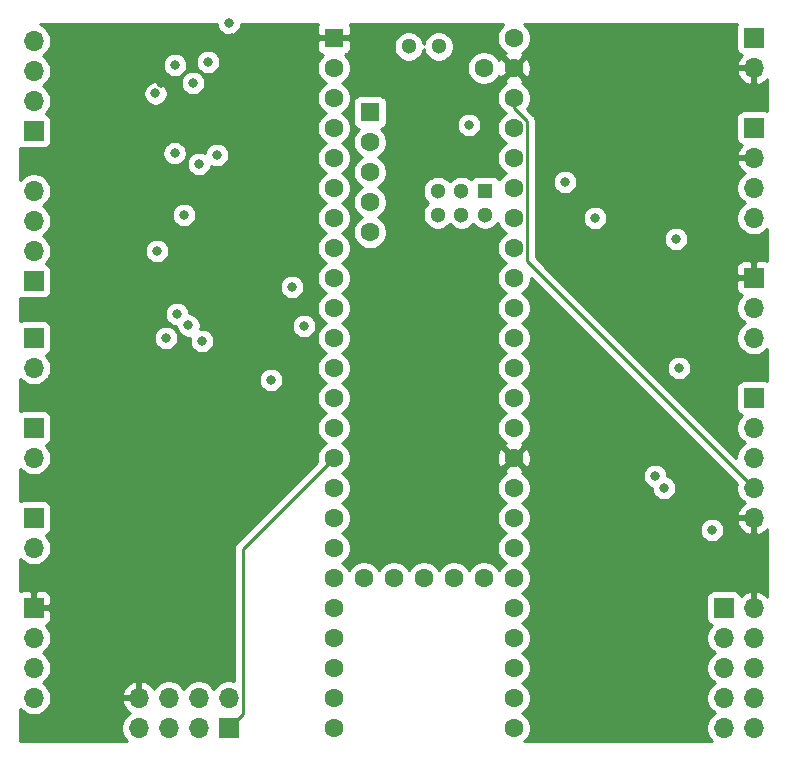
<source format=gbr>
%TF.GenerationSoftware,KiCad,Pcbnew,(5.1.9-0-10_14)*%
%TF.CreationDate,2021-04-06T21:39:04+02:00*%
%TF.ProjectId,Silviaduino,53696c76-6961-4647-9569-6e6f2e6b6963,rev?*%
%TF.SameCoordinates,Original*%
%TF.FileFunction,Copper,L2,Inr*%
%TF.FilePolarity,Positive*%
%FSLAX46Y46*%
G04 Gerber Fmt 4.6, Leading zero omitted, Abs format (unit mm)*
G04 Created by KiCad (PCBNEW (5.1.9-0-10_14)) date 2021-04-06 21:39:04*
%MOMM*%
%LPD*%
G01*
G04 APERTURE LIST*
%TA.AperFunction,ComponentPad*%
%ADD10O,1.700000X1.700000*%
%TD*%
%TA.AperFunction,ComponentPad*%
%ADD11R,1.700000X1.700000*%
%TD*%
%TA.AperFunction,ComponentPad*%
%ADD12C,1.300000*%
%TD*%
%TA.AperFunction,ComponentPad*%
%ADD13C,1.600000*%
%TD*%
%TA.AperFunction,ComponentPad*%
%ADD14R,1.300000X1.300000*%
%TD*%
%TA.AperFunction,ComponentPad*%
%ADD15R,1.600000X1.600000*%
%TD*%
%TA.AperFunction,ViaPad*%
%ADD16C,0.800000*%
%TD*%
%TA.AperFunction,Conductor*%
%ADD17C,0.250000*%
%TD*%
%TA.AperFunction,Conductor*%
%ADD18C,0.254000*%
%TD*%
%TA.AperFunction,Conductor*%
%ADD19C,0.100000*%
%TD*%
G04 APERTURE END LIST*
D10*
%TO.N,RTD1F+*%
%TO.C,J1*%
X154940000Y-53594000D03*
%TO.N,RTD1IN+*%
X154940000Y-56134000D03*
%TO.N,RTD1IN-*%
X154940000Y-58674000D03*
D11*
%TO.N,RTD1F-*%
X154940000Y-61214000D03*
%TD*%
D10*
%TO.N,GND*%
%TO.C,J12*%
X215900000Y-55880000D03*
D11*
%TO.N,+9V*%
X215900000Y-53340000D03*
%TD*%
D12*
%TO.N,Net-(U3-Pad66)*%
%TO.C,U3*%
X189230000Y-54070000D03*
%TO.N,Net-(U3-Pad67)*%
X186690000Y-54070000D03*
D13*
%TO.N,Net-(U3-Pad54)*%
X193040000Y-99060000D03*
%TO.N,Net-(U3-Pad53)*%
X190500000Y-99060000D03*
%TO.N,Net-(U3-Pad52)*%
X187960000Y-99060000D03*
%TO.N,Net-(U3-Pad51)*%
X185420000Y-99060000D03*
%TO.N,Net-(U3-Pad50)*%
X182880000Y-99060000D03*
D12*
%TO.N,Net-(U3-Pad62)*%
X189141600Y-66310000D03*
%TO.N,Net-(U3-Pad63)*%
X189141600Y-68310000D03*
%TO.N,Net-(U3-Pad64)*%
X191141600Y-68310000D03*
%TO.N,Net-(U3-Pad61)*%
X191141600Y-66310000D03*
%TO.N,Net-(U3-Pad65)*%
X193141600Y-68310000D03*
D14*
%TO.N,Net-(U3-Pad60)*%
X193141600Y-66310000D03*
D13*
%TO.N,Net-(U3-Pad17)*%
X180340000Y-93980000D03*
%TO.N,TEMP_SPI_MOSI*%
X180340000Y-96520000D03*
%TO.N,TEMP_SPI_SCK*%
X180340000Y-99060000D03*
%TO.N,TEMP_DRDY0*%
X180340000Y-101600000D03*
%TO.N,Net-(U3-Pad16)*%
X180340000Y-91440000D03*
%TO.N,TEMP_DVDD*%
X180340000Y-88900000D03*
%TO.N,UEXT_MISO*%
X180340000Y-86360000D03*
%TO.N,TEMP_DRDY1*%
X180340000Y-104140000D03*
%TO.N,BTN_BREW*%
X180340000Y-106680000D03*
%TO.N,BTN_WATER*%
X180340000Y-109220000D03*
%TO.N,BTN_STEAM*%
X180340000Y-111760000D03*
%TO.N,ESP8266_RST*%
X195580000Y-111760000D03*
%TO.N,RX_FROM_ESP8266*%
X195580000Y-109220000D03*
%TO.N,TX_TO_ESP8266*%
X195580000Y-106680000D03*
%TO.N,ESP8266_CHPD*%
X195580000Y-104140000D03*
%TO.N,ESP8266_GPIO0*%
X195580000Y-101600000D03*
%TO.N,TEMP_SPI_CS1*%
X195580000Y-99060000D03*
%TO.N,ESP8266_GPIO2*%
X195580000Y-96520000D03*
%TO.N,PROP_SSR_EN*%
X195580000Y-93980000D03*
%TO.N,Net-(U3-Pad33)*%
X195580000Y-91440000D03*
%TO.N,GND*%
X195580000Y-88900000D03*
%TO.N,UEXT_MOSI*%
X180340000Y-83820000D03*
%TO.N,UEXT_SSEL*%
X180340000Y-81280000D03*
%TO.N,Net-(U3-Pad11)*%
X180340000Y-78740000D03*
%TO.N,UEXT_TXD*%
X180340000Y-76200000D03*
%TO.N,UEXT_RXD*%
X180340000Y-73660000D03*
%TO.N,Net-(U3-Pad8)*%
X180340000Y-71120000D03*
%TO.N,Net-(U3-Pad7)*%
X180340000Y-68580000D03*
%TO.N,SSR3_GATE*%
X180340000Y-66040000D03*
%TO.N,SSR2_GATE*%
X180340000Y-63500000D03*
%TO.N,SSR1_GATE*%
X180340000Y-60960000D03*
%TO.N,TEMP_SPI_MISO*%
X180340000Y-58420000D03*
%TO.N,TEMP_SPI_CS0*%
X180340000Y-55880000D03*
D15*
%TO.N,GND*%
X180340000Y-53340000D03*
D13*
%TO.N,UEXT_SCK*%
X195580000Y-86360000D03*
%TO.N,Net-(U3-Pad36)*%
X195580000Y-83820000D03*
%TO.N,Net-(U3-Pad37)*%
X195580000Y-81280000D03*
%TO.N,I2C_SCL*%
X195580000Y-78740000D03*
%TO.N,I2C_SDA*%
X195580000Y-76200000D03*
%TO.N,UEXT_SDA*%
X195580000Y-73660000D03*
%TO.N,UEXT_SCL*%
X195580000Y-71120000D03*
%TO.N,Net-(U3-Pad42)*%
X195580000Y-68580000D03*
%TO.N,ENC_CLK*%
X195580000Y-66040000D03*
%TO.N,ENC_DT*%
X195580000Y-63500000D03*
%TO.N,ENC_SW*%
X195580000Y-60960000D03*
%TO.N,TEMP_DVDD*%
X195580000Y-58420000D03*
%TO.N,GND*%
X195580000Y-55880000D03*
%TO.N,+5V*%
X195580000Y-53340000D03*
D15*
%TO.N,Net-(U3-Pad55)*%
X183390800Y-59639200D03*
D13*
%TO.N,Net-(U3-Pad56)*%
X183390800Y-62179200D03*
%TO.N,Net-(U3-Pad57)*%
X183390800Y-64719200D03*
%TO.N,Net-(U3-Pad58)*%
X183390800Y-67259200D03*
%TO.N,Net-(U3-Pad59)*%
X183390800Y-69799200D03*
%TO.N,Net-(U3-Pad49)*%
X193040000Y-55880000D03*
%TD*%
D10*
%TO.N,GND*%
%TO.C,J11*%
X163830000Y-109220000D03*
%TO.N,RX_FROM_ESP8266*%
X163830000Y-111760000D03*
%TO.N,ESP8266_GPIO2*%
X166370000Y-109220000D03*
%TO.N,ESP8266_CHPD*%
X166370000Y-111760000D03*
%TO.N,ESP8266_GPIO0*%
X168910000Y-109220000D03*
%TO.N,ESP8266_RST*%
X168910000Y-111760000D03*
%TO.N,TX_TO_ESP8266*%
X171450000Y-109220000D03*
D11*
%TO.N,TEMP_DVDD*%
X171450000Y-111760000D03*
%TD*%
D10*
%TO.N,UEXT_SSEL*%
%TO.C,J10*%
X215900000Y-111760000D03*
%TO.N,UEXT_SCK*%
X213360000Y-111760000D03*
%TO.N,UEXT_MOSI*%
X215900000Y-109220000D03*
%TO.N,UEXT_MISO*%
X213360000Y-109220000D03*
%TO.N,UEXT_SDA*%
X215900000Y-106680000D03*
%TO.N,UEXT_SCL*%
X213360000Y-106680000D03*
%TO.N,UEXT_RXD*%
X215900000Y-104140000D03*
%TO.N,UEXT_TXD*%
X213360000Y-104140000D03*
%TO.N,GND*%
X215900000Y-101600000D03*
D11*
%TO.N,TEMP_DVDD*%
X213360000Y-101600000D03*
%TD*%
D10*
%TO.N,GND*%
%TO.C,J9*%
X215900000Y-93980000D03*
%TO.N,TEMP_DVDD*%
X215900000Y-91440000D03*
%TO.N,ENC_SW*%
X215900000Y-88900000D03*
%TO.N,ENC_DT*%
X215900000Y-86360000D03*
D11*
%TO.N,ENC_CLK*%
X215900000Y-83820000D03*
%TD*%
D10*
%TO.N,BTN_BREW*%
%TO.C,J8*%
X154940000Y-109220000D03*
%TO.N,BTN_WATER*%
X154940000Y-106680000D03*
%TO.N,BTN_STEAM*%
X154940000Y-104140000D03*
D11*
%TO.N,GND*%
X154940000Y-101600000D03*
%TD*%
D10*
%TO.N,+5V*%
%TO.C,J7*%
X215900000Y-78740000D03*
%TO.N,PRES_AIN*%
X215900000Y-76200000D03*
D11*
%TO.N,GND*%
X215900000Y-73660000D03*
%TD*%
D10*
%TO.N,PROP_SSR_CTRL*%
%TO.C,J6*%
X215900000Y-68580000D03*
%TO.N,PROP_SSR_EN*%
X215900000Y-66040000D03*
%TO.N,GND*%
X215900000Y-63500000D03*
D11*
%TO.N,+9V*%
X215900000Y-60960000D03*
%TD*%
D10*
%TO.N,+5V*%
%TO.C,J5*%
X154940000Y-96520000D03*
D11*
%TO.N,SSR3_VNEG*%
X154940000Y-93980000D03*
%TD*%
D10*
%TO.N,+5V*%
%TO.C,J4*%
X154940000Y-88900000D03*
D11*
%TO.N,SSR2_VNEG*%
X154940000Y-86360000D03*
%TD*%
D10*
%TO.N,+5V*%
%TO.C,J3*%
X154940000Y-81280000D03*
D11*
%TO.N,SSR1_VNEG*%
X154940000Y-78740000D03*
%TD*%
D10*
%TO.N,RTD2F+*%
%TO.C,J2*%
X154940000Y-66294000D03*
%TO.N,RTD2IN+*%
X154940000Y-68834000D03*
%TO.N,RTD2IN-*%
X154940000Y-71374000D03*
D11*
%TO.N,RTD2F-*%
X154940000Y-73914000D03*
%TD*%
D16*
%TO.N,GND*%
X162052000Y-82804000D03*
X170434000Y-82550000D03*
X165354000Y-69850000D03*
X171704000Y-53340000D03*
X165644990Y-82785988D03*
X165675972Y-57149736D03*
%TO.N,SSR1_GATE*%
X166116000Y-78740000D03*
%TO.N,SSR2_GATE*%
X169164000Y-78994000D03*
%TO.N,SSR3_GATE*%
X175006000Y-82296000D03*
%TO.N,I2C_SDA_5V*%
X209296000Y-70358000D03*
X208280000Y-91440000D03*
%TO.N,TEMP_DVDD*%
X168402000Y-57150000D03*
X170434000Y-63246000D03*
X171450000Y-52070000D03*
X177800000Y-77724000D03*
%TO.N,I2C_SCL_5V*%
X202438000Y-68580000D03*
X207554990Y-90424000D03*
%TO.N,+5V*%
X199898000Y-65532000D03*
%TO.N,TEMP_SPI_MISO*%
X165354000Y-71374000D03*
X165238679Y-58049068D03*
%TO.N,TEMP_SPI_SCK*%
X167056333Y-76702653D03*
X166870714Y-63098140D03*
%TO.N,TEMP_SPI_MOSI*%
X168038468Y-77684788D03*
X168910000Y-64008000D03*
%TO.N,TEMP_DRDY0*%
X169672000Y-55372000D03*
%TO.N,TEMP_DRDY1*%
X176784000Y-74422000D03*
%TO.N,PRES_AIN*%
X209550000Y-81280000D03*
%TO.N,UEXT_SDA*%
X212344000Y-94996000D03*
%TO.N,PROP_SSR_EN*%
X191770000Y-60706000D03*
%TO.N,TEMP_VDD*%
X167640000Y-68326000D03*
X166878000Y-55626000D03*
%TD*%
D17*
%TO.N,TEMP_DVDD*%
X172625001Y-96614999D02*
X180340000Y-88900000D01*
X172625001Y-110584999D02*
X172625001Y-96614999D01*
X171450000Y-111760000D02*
X172625001Y-110584999D01*
X195580000Y-59294998D02*
X196705001Y-60419999D01*
X196705001Y-60419999D02*
X196705001Y-72245001D01*
X196705001Y-72245001D02*
X215900000Y-91440000D01*
X195580000Y-58420000D02*
X195580000Y-59294998D01*
%TD*%
D18*
%TO.N,GND*%
X170454774Y-52371898D02*
X170532795Y-52560256D01*
X170646063Y-52729774D01*
X170790226Y-52873937D01*
X170959744Y-52987205D01*
X171148102Y-53065226D01*
X171348061Y-53105000D01*
X171551939Y-53105000D01*
X171751898Y-53065226D01*
X171940256Y-52987205D01*
X172109774Y-52873937D01*
X172253937Y-52729774D01*
X172367205Y-52560256D01*
X172445226Y-52371898D01*
X172480015Y-52197000D01*
X179003319Y-52197000D01*
X178950498Y-52295820D01*
X178914188Y-52415518D01*
X178901928Y-52540000D01*
X178905000Y-53054250D01*
X179063750Y-53213000D01*
X180213000Y-53213000D01*
X180213000Y-53193000D01*
X180467000Y-53193000D01*
X180467000Y-53213000D01*
X181616250Y-53213000D01*
X181775000Y-53054250D01*
X181778072Y-52540000D01*
X181765812Y-52415518D01*
X181729502Y-52295820D01*
X181676681Y-52197000D01*
X194707689Y-52197000D01*
X194665241Y-52225363D01*
X194465363Y-52425241D01*
X194308320Y-52660273D01*
X194200147Y-52921426D01*
X194145000Y-53198665D01*
X194145000Y-53481335D01*
X194200147Y-53758574D01*
X194308320Y-54019727D01*
X194465363Y-54254759D01*
X194665241Y-54454637D01*
X194899128Y-54610915D01*
X194838486Y-54643329D01*
X194766903Y-54887298D01*
X195580000Y-55700395D01*
X196393097Y-54887298D01*
X196321514Y-54643329D01*
X196257008Y-54612806D01*
X196259727Y-54611680D01*
X196494759Y-54454637D01*
X196694637Y-54254759D01*
X196851680Y-54019727D01*
X196959853Y-53758574D01*
X197015000Y-53481335D01*
X197015000Y-53198665D01*
X196959853Y-52921426D01*
X196851680Y-52660273D01*
X196694637Y-52425241D01*
X196494759Y-52225363D01*
X196452311Y-52197000D01*
X214486593Y-52197000D01*
X214460498Y-52245820D01*
X214424188Y-52365518D01*
X214411928Y-52490000D01*
X214411928Y-54190000D01*
X214424188Y-54314482D01*
X214460498Y-54434180D01*
X214519463Y-54544494D01*
X214598815Y-54641185D01*
X214695506Y-54720537D01*
X214805820Y-54779502D01*
X214886466Y-54803966D01*
X214802412Y-54879731D01*
X214628359Y-55113080D01*
X214503175Y-55375901D01*
X214458524Y-55523110D01*
X214579845Y-55753000D01*
X215773000Y-55753000D01*
X215773000Y-55733000D01*
X216027000Y-55733000D01*
X216027000Y-55753000D01*
X216047000Y-55753000D01*
X216047000Y-56007000D01*
X216027000Y-56007000D01*
X216027000Y-57200814D01*
X216256891Y-57321481D01*
X216531252Y-57224157D01*
X216781355Y-57075178D01*
X216997588Y-56880269D01*
X217043000Y-56819386D01*
X217043000Y-59546593D01*
X216994180Y-59520498D01*
X216874482Y-59484188D01*
X216750000Y-59471928D01*
X215050000Y-59471928D01*
X214925518Y-59484188D01*
X214805820Y-59520498D01*
X214695506Y-59579463D01*
X214598815Y-59658815D01*
X214519463Y-59755506D01*
X214460498Y-59865820D01*
X214424188Y-59985518D01*
X214411928Y-60110000D01*
X214411928Y-61810000D01*
X214424188Y-61934482D01*
X214460498Y-62054180D01*
X214519463Y-62164494D01*
X214598815Y-62261185D01*
X214695506Y-62340537D01*
X214805820Y-62399502D01*
X214886466Y-62423966D01*
X214802412Y-62499731D01*
X214628359Y-62733080D01*
X214503175Y-62995901D01*
X214458524Y-63143110D01*
X214579845Y-63373000D01*
X215773000Y-63373000D01*
X215773000Y-63353000D01*
X216027000Y-63353000D01*
X216027000Y-63373000D01*
X216047000Y-63373000D01*
X216047000Y-63627000D01*
X216027000Y-63627000D01*
X216027000Y-63647000D01*
X215773000Y-63647000D01*
X215773000Y-63627000D01*
X214579845Y-63627000D01*
X214458524Y-63856890D01*
X214503175Y-64004099D01*
X214628359Y-64266920D01*
X214802412Y-64500269D01*
X215018645Y-64695178D01*
X215135534Y-64764805D01*
X214953368Y-64886525D01*
X214746525Y-65093368D01*
X214584010Y-65336589D01*
X214472068Y-65606842D01*
X214415000Y-65893740D01*
X214415000Y-66186260D01*
X214472068Y-66473158D01*
X214584010Y-66743411D01*
X214746525Y-66986632D01*
X214953368Y-67193475D01*
X215127760Y-67310000D01*
X214953368Y-67426525D01*
X214746525Y-67633368D01*
X214584010Y-67876589D01*
X214472068Y-68146842D01*
X214415000Y-68433740D01*
X214415000Y-68726260D01*
X214472068Y-69013158D01*
X214584010Y-69283411D01*
X214746525Y-69526632D01*
X214953368Y-69733475D01*
X215196589Y-69895990D01*
X215466842Y-70007932D01*
X215753740Y-70065000D01*
X216046260Y-70065000D01*
X216333158Y-70007932D01*
X216603411Y-69895990D01*
X216846632Y-69733475D01*
X217043000Y-69537107D01*
X217043000Y-72246593D01*
X216994180Y-72220498D01*
X216874482Y-72184188D01*
X216750000Y-72171928D01*
X216185750Y-72175000D01*
X216027000Y-72333750D01*
X216027000Y-73533000D01*
X216047000Y-73533000D01*
X216047000Y-73787000D01*
X216027000Y-73787000D01*
X216027000Y-73807000D01*
X215773000Y-73807000D01*
X215773000Y-73787000D01*
X214573750Y-73787000D01*
X214415000Y-73945750D01*
X214411928Y-74510000D01*
X214424188Y-74634482D01*
X214460498Y-74754180D01*
X214519463Y-74864494D01*
X214598815Y-74961185D01*
X214695506Y-75040537D01*
X214805820Y-75099502D01*
X214878380Y-75121513D01*
X214746525Y-75253368D01*
X214584010Y-75496589D01*
X214472068Y-75766842D01*
X214415000Y-76053740D01*
X214415000Y-76346260D01*
X214472068Y-76633158D01*
X214584010Y-76903411D01*
X214746525Y-77146632D01*
X214953368Y-77353475D01*
X215127760Y-77470000D01*
X214953368Y-77586525D01*
X214746525Y-77793368D01*
X214584010Y-78036589D01*
X214472068Y-78306842D01*
X214415000Y-78593740D01*
X214415000Y-78886260D01*
X214472068Y-79173158D01*
X214584010Y-79443411D01*
X214746525Y-79686632D01*
X214953368Y-79893475D01*
X215196589Y-80055990D01*
X215466842Y-80167932D01*
X215753740Y-80225000D01*
X216046260Y-80225000D01*
X216333158Y-80167932D01*
X216603411Y-80055990D01*
X216846632Y-79893475D01*
X217043000Y-79697107D01*
X217043000Y-82406593D01*
X216994180Y-82380498D01*
X216874482Y-82344188D01*
X216750000Y-82331928D01*
X215050000Y-82331928D01*
X214925518Y-82344188D01*
X214805820Y-82380498D01*
X214695506Y-82439463D01*
X214598815Y-82518815D01*
X214519463Y-82615506D01*
X214460498Y-82725820D01*
X214424188Y-82845518D01*
X214411928Y-82970000D01*
X214411928Y-84670000D01*
X214424188Y-84794482D01*
X214460498Y-84914180D01*
X214519463Y-85024494D01*
X214598815Y-85121185D01*
X214695506Y-85200537D01*
X214805820Y-85259502D01*
X214878380Y-85281513D01*
X214746525Y-85413368D01*
X214584010Y-85656589D01*
X214472068Y-85926842D01*
X214415000Y-86213740D01*
X214415000Y-86506260D01*
X214472068Y-86793158D01*
X214584010Y-87063411D01*
X214746525Y-87306632D01*
X214953368Y-87513475D01*
X215127760Y-87630000D01*
X214953368Y-87746525D01*
X214746525Y-87953368D01*
X214584010Y-88196589D01*
X214472068Y-88466842D01*
X214415000Y-88753740D01*
X214415000Y-88880198D01*
X206712863Y-81178061D01*
X208515000Y-81178061D01*
X208515000Y-81381939D01*
X208554774Y-81581898D01*
X208632795Y-81770256D01*
X208746063Y-81939774D01*
X208890226Y-82083937D01*
X209059744Y-82197205D01*
X209248102Y-82275226D01*
X209448061Y-82315000D01*
X209651939Y-82315000D01*
X209851898Y-82275226D01*
X210040256Y-82197205D01*
X210209774Y-82083937D01*
X210353937Y-81939774D01*
X210467205Y-81770256D01*
X210545226Y-81581898D01*
X210585000Y-81381939D01*
X210585000Y-81178061D01*
X210545226Y-80978102D01*
X210467205Y-80789744D01*
X210353937Y-80620226D01*
X210209774Y-80476063D01*
X210040256Y-80362795D01*
X209851898Y-80284774D01*
X209651939Y-80245000D01*
X209448061Y-80245000D01*
X209248102Y-80284774D01*
X209059744Y-80362795D01*
X208890226Y-80476063D01*
X208746063Y-80620226D01*
X208632795Y-80789744D01*
X208554774Y-80978102D01*
X208515000Y-81178061D01*
X206712863Y-81178061D01*
X198344802Y-72810000D01*
X214411928Y-72810000D01*
X214415000Y-73374250D01*
X214573750Y-73533000D01*
X215773000Y-73533000D01*
X215773000Y-72333750D01*
X215614250Y-72175000D01*
X215050000Y-72171928D01*
X214925518Y-72184188D01*
X214805820Y-72220498D01*
X214695506Y-72279463D01*
X214598815Y-72358815D01*
X214519463Y-72455506D01*
X214460498Y-72565820D01*
X214424188Y-72685518D01*
X214411928Y-72810000D01*
X198344802Y-72810000D01*
X197465001Y-71930200D01*
X197465001Y-70256061D01*
X208261000Y-70256061D01*
X208261000Y-70459939D01*
X208300774Y-70659898D01*
X208378795Y-70848256D01*
X208492063Y-71017774D01*
X208636226Y-71161937D01*
X208805744Y-71275205D01*
X208994102Y-71353226D01*
X209194061Y-71393000D01*
X209397939Y-71393000D01*
X209597898Y-71353226D01*
X209786256Y-71275205D01*
X209955774Y-71161937D01*
X210099937Y-71017774D01*
X210213205Y-70848256D01*
X210291226Y-70659898D01*
X210331000Y-70459939D01*
X210331000Y-70256061D01*
X210291226Y-70056102D01*
X210213205Y-69867744D01*
X210099937Y-69698226D01*
X209955774Y-69554063D01*
X209786256Y-69440795D01*
X209597898Y-69362774D01*
X209397939Y-69323000D01*
X209194061Y-69323000D01*
X208994102Y-69362774D01*
X208805744Y-69440795D01*
X208636226Y-69554063D01*
X208492063Y-69698226D01*
X208378795Y-69867744D01*
X208300774Y-70056102D01*
X208261000Y-70256061D01*
X197465001Y-70256061D01*
X197465001Y-68478061D01*
X201403000Y-68478061D01*
X201403000Y-68681939D01*
X201442774Y-68881898D01*
X201520795Y-69070256D01*
X201634063Y-69239774D01*
X201778226Y-69383937D01*
X201947744Y-69497205D01*
X202136102Y-69575226D01*
X202336061Y-69615000D01*
X202539939Y-69615000D01*
X202739898Y-69575226D01*
X202928256Y-69497205D01*
X203097774Y-69383937D01*
X203241937Y-69239774D01*
X203355205Y-69070256D01*
X203433226Y-68881898D01*
X203473000Y-68681939D01*
X203473000Y-68478061D01*
X203433226Y-68278102D01*
X203355205Y-68089744D01*
X203241937Y-67920226D01*
X203097774Y-67776063D01*
X202928256Y-67662795D01*
X202739898Y-67584774D01*
X202539939Y-67545000D01*
X202336061Y-67545000D01*
X202136102Y-67584774D01*
X201947744Y-67662795D01*
X201778226Y-67776063D01*
X201634063Y-67920226D01*
X201520795Y-68089744D01*
X201442774Y-68278102D01*
X201403000Y-68478061D01*
X197465001Y-68478061D01*
X197465001Y-65430061D01*
X198863000Y-65430061D01*
X198863000Y-65633939D01*
X198902774Y-65833898D01*
X198980795Y-66022256D01*
X199094063Y-66191774D01*
X199238226Y-66335937D01*
X199407744Y-66449205D01*
X199596102Y-66527226D01*
X199796061Y-66567000D01*
X199999939Y-66567000D01*
X200199898Y-66527226D01*
X200388256Y-66449205D01*
X200557774Y-66335937D01*
X200701937Y-66191774D01*
X200815205Y-66022256D01*
X200893226Y-65833898D01*
X200933000Y-65633939D01*
X200933000Y-65430061D01*
X200893226Y-65230102D01*
X200815205Y-65041744D01*
X200701937Y-64872226D01*
X200557774Y-64728063D01*
X200388256Y-64614795D01*
X200199898Y-64536774D01*
X199999939Y-64497000D01*
X199796061Y-64497000D01*
X199596102Y-64536774D01*
X199407744Y-64614795D01*
X199238226Y-64728063D01*
X199094063Y-64872226D01*
X198980795Y-65041744D01*
X198902774Y-65230102D01*
X198863000Y-65430061D01*
X197465001Y-65430061D01*
X197465001Y-60457324D01*
X197468677Y-60419999D01*
X197465001Y-60382674D01*
X197465001Y-60382666D01*
X197454004Y-60271013D01*
X197410547Y-60127752D01*
X197339975Y-59995723D01*
X197245002Y-59879998D01*
X197216005Y-59856201D01*
X196694600Y-59334796D01*
X196694637Y-59334759D01*
X196851680Y-59099727D01*
X196959853Y-58838574D01*
X197015000Y-58561335D01*
X197015000Y-58278665D01*
X196959853Y-58001426D01*
X196851680Y-57740273D01*
X196694637Y-57505241D01*
X196494759Y-57305363D01*
X196260872Y-57149085D01*
X196321514Y-57116671D01*
X196393097Y-56872702D01*
X195580000Y-56059605D01*
X194766903Y-56872702D01*
X194838486Y-57116671D01*
X194902992Y-57147194D01*
X194900273Y-57148320D01*
X194665241Y-57305363D01*
X194465363Y-57505241D01*
X194308320Y-57740273D01*
X194200147Y-58001426D01*
X194145000Y-58278665D01*
X194145000Y-58561335D01*
X194200147Y-58838574D01*
X194308320Y-59099727D01*
X194465363Y-59334759D01*
X194665241Y-59534637D01*
X194897759Y-59690000D01*
X194665241Y-59845363D01*
X194465363Y-60045241D01*
X194308320Y-60280273D01*
X194200147Y-60541426D01*
X194145000Y-60818665D01*
X194145000Y-61101335D01*
X194200147Y-61378574D01*
X194308320Y-61639727D01*
X194465363Y-61874759D01*
X194665241Y-62074637D01*
X194897759Y-62230000D01*
X194665241Y-62385363D01*
X194465363Y-62585241D01*
X194308320Y-62820273D01*
X194200147Y-63081426D01*
X194145000Y-63358665D01*
X194145000Y-63641335D01*
X194200147Y-63918574D01*
X194308320Y-64179727D01*
X194465363Y-64414759D01*
X194665241Y-64614637D01*
X194897759Y-64770000D01*
X194665241Y-64925363D01*
X194465363Y-65125241D01*
X194332260Y-65324444D01*
X194322137Y-65305506D01*
X194242785Y-65208815D01*
X194146094Y-65129463D01*
X194035780Y-65070498D01*
X193916082Y-65034188D01*
X193791600Y-65021928D01*
X192491600Y-65021928D01*
X192367118Y-65034188D01*
X192247420Y-65070498D01*
X192137106Y-65129463D01*
X192040415Y-65208815D01*
X191961063Y-65305506D01*
X191958470Y-65310358D01*
X191750276Y-65171247D01*
X191516421Y-65074381D01*
X191268161Y-65025000D01*
X191015039Y-65025000D01*
X190766779Y-65074381D01*
X190532924Y-65171247D01*
X190322460Y-65311875D01*
X190143475Y-65490860D01*
X190141600Y-65493666D01*
X190139725Y-65490860D01*
X189960740Y-65311875D01*
X189750276Y-65171247D01*
X189516421Y-65074381D01*
X189268161Y-65025000D01*
X189015039Y-65025000D01*
X188766779Y-65074381D01*
X188532924Y-65171247D01*
X188322460Y-65311875D01*
X188143475Y-65490860D01*
X188002847Y-65701324D01*
X187905981Y-65935179D01*
X187856600Y-66183439D01*
X187856600Y-66436561D01*
X187905981Y-66684821D01*
X188002847Y-66918676D01*
X188143475Y-67129140D01*
X188322460Y-67308125D01*
X188325266Y-67310000D01*
X188322460Y-67311875D01*
X188143475Y-67490860D01*
X188002847Y-67701324D01*
X187905981Y-67935179D01*
X187856600Y-68183439D01*
X187856600Y-68436561D01*
X187905981Y-68684821D01*
X188002847Y-68918676D01*
X188143475Y-69129140D01*
X188322460Y-69308125D01*
X188532924Y-69448753D01*
X188766779Y-69545619D01*
X189015039Y-69595000D01*
X189268161Y-69595000D01*
X189516421Y-69545619D01*
X189750276Y-69448753D01*
X189960740Y-69308125D01*
X190139725Y-69129140D01*
X190141600Y-69126334D01*
X190143475Y-69129140D01*
X190322460Y-69308125D01*
X190532924Y-69448753D01*
X190766779Y-69545619D01*
X191015039Y-69595000D01*
X191268161Y-69595000D01*
X191516421Y-69545619D01*
X191750276Y-69448753D01*
X191960740Y-69308125D01*
X192139725Y-69129140D01*
X192141600Y-69126334D01*
X192143475Y-69129140D01*
X192322460Y-69308125D01*
X192532924Y-69448753D01*
X192766779Y-69545619D01*
X193015039Y-69595000D01*
X193268161Y-69595000D01*
X193516421Y-69545619D01*
X193750276Y-69448753D01*
X193960740Y-69308125D01*
X194139725Y-69129140D01*
X194210410Y-69023352D01*
X194308320Y-69259727D01*
X194465363Y-69494759D01*
X194665241Y-69694637D01*
X194897759Y-69850000D01*
X194665241Y-70005363D01*
X194465363Y-70205241D01*
X194308320Y-70440273D01*
X194200147Y-70701426D01*
X194145000Y-70978665D01*
X194145000Y-71261335D01*
X194200147Y-71538574D01*
X194308320Y-71799727D01*
X194465363Y-72034759D01*
X194665241Y-72234637D01*
X194897759Y-72390000D01*
X194665241Y-72545363D01*
X194465363Y-72745241D01*
X194308320Y-72980273D01*
X194200147Y-73241426D01*
X194145000Y-73518665D01*
X194145000Y-73801335D01*
X194200147Y-74078574D01*
X194308320Y-74339727D01*
X194465363Y-74574759D01*
X194665241Y-74774637D01*
X194897759Y-74930000D01*
X194665241Y-75085363D01*
X194465363Y-75285241D01*
X194308320Y-75520273D01*
X194200147Y-75781426D01*
X194145000Y-76058665D01*
X194145000Y-76341335D01*
X194200147Y-76618574D01*
X194308320Y-76879727D01*
X194465363Y-77114759D01*
X194665241Y-77314637D01*
X194897759Y-77470000D01*
X194665241Y-77625363D01*
X194465363Y-77825241D01*
X194308320Y-78060273D01*
X194200147Y-78321426D01*
X194145000Y-78598665D01*
X194145000Y-78881335D01*
X194200147Y-79158574D01*
X194308320Y-79419727D01*
X194465363Y-79654759D01*
X194665241Y-79854637D01*
X194897759Y-80010000D01*
X194665241Y-80165363D01*
X194465363Y-80365241D01*
X194308320Y-80600273D01*
X194200147Y-80861426D01*
X194145000Y-81138665D01*
X194145000Y-81421335D01*
X194200147Y-81698574D01*
X194308320Y-81959727D01*
X194465363Y-82194759D01*
X194665241Y-82394637D01*
X194897759Y-82550000D01*
X194665241Y-82705363D01*
X194465363Y-82905241D01*
X194308320Y-83140273D01*
X194200147Y-83401426D01*
X194145000Y-83678665D01*
X194145000Y-83961335D01*
X194200147Y-84238574D01*
X194308320Y-84499727D01*
X194465363Y-84734759D01*
X194665241Y-84934637D01*
X194897759Y-85090000D01*
X194665241Y-85245363D01*
X194465363Y-85445241D01*
X194308320Y-85680273D01*
X194200147Y-85941426D01*
X194145000Y-86218665D01*
X194145000Y-86501335D01*
X194200147Y-86778574D01*
X194308320Y-87039727D01*
X194465363Y-87274759D01*
X194665241Y-87474637D01*
X194899128Y-87630915D01*
X194838486Y-87663329D01*
X194766903Y-87907298D01*
X195580000Y-88720395D01*
X196393097Y-87907298D01*
X196321514Y-87663329D01*
X196257008Y-87632806D01*
X196259727Y-87631680D01*
X196494759Y-87474637D01*
X196694637Y-87274759D01*
X196851680Y-87039727D01*
X196959853Y-86778574D01*
X197015000Y-86501335D01*
X197015000Y-86218665D01*
X196959853Y-85941426D01*
X196851680Y-85680273D01*
X196694637Y-85445241D01*
X196494759Y-85245363D01*
X196262241Y-85090000D01*
X196494759Y-84934637D01*
X196694637Y-84734759D01*
X196851680Y-84499727D01*
X196959853Y-84238574D01*
X197015000Y-83961335D01*
X197015000Y-83678665D01*
X196959853Y-83401426D01*
X196851680Y-83140273D01*
X196694637Y-82905241D01*
X196494759Y-82705363D01*
X196262241Y-82550000D01*
X196494759Y-82394637D01*
X196694637Y-82194759D01*
X196851680Y-81959727D01*
X196959853Y-81698574D01*
X197015000Y-81421335D01*
X197015000Y-81138665D01*
X196959853Y-80861426D01*
X196851680Y-80600273D01*
X196694637Y-80365241D01*
X196494759Y-80165363D01*
X196262241Y-80010000D01*
X196494759Y-79854637D01*
X196694637Y-79654759D01*
X196851680Y-79419727D01*
X196959853Y-79158574D01*
X197015000Y-78881335D01*
X197015000Y-78598665D01*
X196959853Y-78321426D01*
X196851680Y-78060273D01*
X196694637Y-77825241D01*
X196494759Y-77625363D01*
X196262241Y-77470000D01*
X196494759Y-77314637D01*
X196694637Y-77114759D01*
X196851680Y-76879727D01*
X196959853Y-76618574D01*
X197015000Y-76341335D01*
X197015000Y-76058665D01*
X196959853Y-75781426D01*
X196851680Y-75520273D01*
X196694637Y-75285241D01*
X196494759Y-75085363D01*
X196262241Y-74930000D01*
X196494759Y-74774637D01*
X196694637Y-74574759D01*
X196851680Y-74339727D01*
X196959853Y-74078574D01*
X197015000Y-73801335D01*
X197015000Y-73629801D01*
X214458790Y-91073592D01*
X214415000Y-91293740D01*
X214415000Y-91586260D01*
X214472068Y-91873158D01*
X214584010Y-92143411D01*
X214746525Y-92386632D01*
X214953368Y-92593475D01*
X215135534Y-92715195D01*
X215018645Y-92784822D01*
X214802412Y-92979731D01*
X214628359Y-93213080D01*
X214503175Y-93475901D01*
X214458524Y-93623110D01*
X214579845Y-93853000D01*
X215773000Y-93853000D01*
X215773000Y-93833000D01*
X216027000Y-93833000D01*
X216027000Y-93853000D01*
X216047000Y-93853000D01*
X216047000Y-94107000D01*
X216027000Y-94107000D01*
X216027000Y-95300814D01*
X216256891Y-95421481D01*
X216531252Y-95324157D01*
X216781355Y-95175178D01*
X216997588Y-94980269D01*
X217043000Y-94919386D01*
X217043000Y-100660614D01*
X216997588Y-100599731D01*
X216781355Y-100404822D01*
X216531252Y-100255843D01*
X216256891Y-100158519D01*
X216027000Y-100279186D01*
X216027000Y-101473000D01*
X216047000Y-101473000D01*
X216047000Y-101727000D01*
X216027000Y-101727000D01*
X216027000Y-101747000D01*
X215773000Y-101747000D01*
X215773000Y-101727000D01*
X215753000Y-101727000D01*
X215753000Y-101473000D01*
X215773000Y-101473000D01*
X215773000Y-100279186D01*
X215543109Y-100158519D01*
X215268748Y-100255843D01*
X215018645Y-100404822D01*
X214822498Y-100581626D01*
X214799502Y-100505820D01*
X214740537Y-100395506D01*
X214661185Y-100298815D01*
X214564494Y-100219463D01*
X214454180Y-100160498D01*
X214334482Y-100124188D01*
X214210000Y-100111928D01*
X212510000Y-100111928D01*
X212385518Y-100124188D01*
X212265820Y-100160498D01*
X212155506Y-100219463D01*
X212058815Y-100298815D01*
X211979463Y-100395506D01*
X211920498Y-100505820D01*
X211884188Y-100625518D01*
X211871928Y-100750000D01*
X211871928Y-102450000D01*
X211884188Y-102574482D01*
X211920498Y-102694180D01*
X211979463Y-102804494D01*
X212058815Y-102901185D01*
X212155506Y-102980537D01*
X212265820Y-103039502D01*
X212338380Y-103061513D01*
X212206525Y-103193368D01*
X212044010Y-103436589D01*
X211932068Y-103706842D01*
X211875000Y-103993740D01*
X211875000Y-104286260D01*
X211932068Y-104573158D01*
X212044010Y-104843411D01*
X212206525Y-105086632D01*
X212413368Y-105293475D01*
X212587760Y-105410000D01*
X212413368Y-105526525D01*
X212206525Y-105733368D01*
X212044010Y-105976589D01*
X211932068Y-106246842D01*
X211875000Y-106533740D01*
X211875000Y-106826260D01*
X211932068Y-107113158D01*
X212044010Y-107383411D01*
X212206525Y-107626632D01*
X212413368Y-107833475D01*
X212587760Y-107950000D01*
X212413368Y-108066525D01*
X212206525Y-108273368D01*
X212044010Y-108516589D01*
X211932068Y-108786842D01*
X211875000Y-109073740D01*
X211875000Y-109366260D01*
X211932068Y-109653158D01*
X212044010Y-109923411D01*
X212206525Y-110166632D01*
X212413368Y-110373475D01*
X212587760Y-110490000D01*
X212413368Y-110606525D01*
X212206525Y-110813368D01*
X212044010Y-111056589D01*
X211932068Y-111326842D01*
X211875000Y-111613740D01*
X211875000Y-111906260D01*
X211932068Y-112193158D01*
X212044010Y-112463411D01*
X212206525Y-112706632D01*
X212402893Y-112903000D01*
X196452311Y-112903000D01*
X196494759Y-112874637D01*
X196694637Y-112674759D01*
X196851680Y-112439727D01*
X196959853Y-112178574D01*
X197015000Y-111901335D01*
X197015000Y-111618665D01*
X196959853Y-111341426D01*
X196851680Y-111080273D01*
X196694637Y-110845241D01*
X196494759Y-110645363D01*
X196262241Y-110490000D01*
X196494759Y-110334637D01*
X196694637Y-110134759D01*
X196851680Y-109899727D01*
X196959853Y-109638574D01*
X197015000Y-109361335D01*
X197015000Y-109078665D01*
X196959853Y-108801426D01*
X196851680Y-108540273D01*
X196694637Y-108305241D01*
X196494759Y-108105363D01*
X196262241Y-107950000D01*
X196494759Y-107794637D01*
X196694637Y-107594759D01*
X196851680Y-107359727D01*
X196959853Y-107098574D01*
X197015000Y-106821335D01*
X197015000Y-106538665D01*
X196959853Y-106261426D01*
X196851680Y-106000273D01*
X196694637Y-105765241D01*
X196494759Y-105565363D01*
X196262241Y-105410000D01*
X196494759Y-105254637D01*
X196694637Y-105054759D01*
X196851680Y-104819727D01*
X196959853Y-104558574D01*
X197015000Y-104281335D01*
X197015000Y-103998665D01*
X196959853Y-103721426D01*
X196851680Y-103460273D01*
X196694637Y-103225241D01*
X196494759Y-103025363D01*
X196262241Y-102870000D01*
X196494759Y-102714637D01*
X196694637Y-102514759D01*
X196851680Y-102279727D01*
X196959853Y-102018574D01*
X197015000Y-101741335D01*
X197015000Y-101458665D01*
X196959853Y-101181426D01*
X196851680Y-100920273D01*
X196694637Y-100685241D01*
X196494759Y-100485363D01*
X196262241Y-100330000D01*
X196494759Y-100174637D01*
X196694637Y-99974759D01*
X196851680Y-99739727D01*
X196959853Y-99478574D01*
X197015000Y-99201335D01*
X197015000Y-98918665D01*
X196959853Y-98641426D01*
X196851680Y-98380273D01*
X196694637Y-98145241D01*
X196494759Y-97945363D01*
X196262241Y-97790000D01*
X196494759Y-97634637D01*
X196694637Y-97434759D01*
X196851680Y-97199727D01*
X196959853Y-96938574D01*
X197015000Y-96661335D01*
X197015000Y-96378665D01*
X196959853Y-96101426D01*
X196851680Y-95840273D01*
X196694637Y-95605241D01*
X196494759Y-95405363D01*
X196262241Y-95250000D01*
X196494759Y-95094637D01*
X196694637Y-94894759D01*
X196695103Y-94894061D01*
X211309000Y-94894061D01*
X211309000Y-95097939D01*
X211348774Y-95297898D01*
X211426795Y-95486256D01*
X211540063Y-95655774D01*
X211684226Y-95799937D01*
X211853744Y-95913205D01*
X212042102Y-95991226D01*
X212242061Y-96031000D01*
X212445939Y-96031000D01*
X212645898Y-95991226D01*
X212834256Y-95913205D01*
X213003774Y-95799937D01*
X213147937Y-95655774D01*
X213261205Y-95486256D01*
X213339226Y-95297898D01*
X213379000Y-95097939D01*
X213379000Y-94894061D01*
X213339226Y-94694102D01*
X213261205Y-94505744D01*
X213148381Y-94336890D01*
X214458524Y-94336890D01*
X214503175Y-94484099D01*
X214628359Y-94746920D01*
X214802412Y-94980269D01*
X215018645Y-95175178D01*
X215268748Y-95324157D01*
X215543109Y-95421481D01*
X215773000Y-95300814D01*
X215773000Y-94107000D01*
X214579845Y-94107000D01*
X214458524Y-94336890D01*
X213148381Y-94336890D01*
X213147937Y-94336226D01*
X213003774Y-94192063D01*
X212834256Y-94078795D01*
X212645898Y-94000774D01*
X212445939Y-93961000D01*
X212242061Y-93961000D01*
X212042102Y-94000774D01*
X211853744Y-94078795D01*
X211684226Y-94192063D01*
X211540063Y-94336226D01*
X211426795Y-94505744D01*
X211348774Y-94694102D01*
X211309000Y-94894061D01*
X196695103Y-94894061D01*
X196851680Y-94659727D01*
X196959853Y-94398574D01*
X197015000Y-94121335D01*
X197015000Y-93838665D01*
X196959853Y-93561426D01*
X196851680Y-93300273D01*
X196694637Y-93065241D01*
X196494759Y-92865363D01*
X196262241Y-92710000D01*
X196494759Y-92554637D01*
X196694637Y-92354759D01*
X196851680Y-92119727D01*
X196959853Y-91858574D01*
X197015000Y-91581335D01*
X197015000Y-91298665D01*
X196959853Y-91021426D01*
X196851680Y-90760273D01*
X196694637Y-90525241D01*
X196494759Y-90325363D01*
X196489818Y-90322061D01*
X206519990Y-90322061D01*
X206519990Y-90525939D01*
X206559764Y-90725898D01*
X206637785Y-90914256D01*
X206751053Y-91083774D01*
X206895216Y-91227937D01*
X207064734Y-91341205D01*
X207245000Y-91415874D01*
X207245000Y-91541939D01*
X207284774Y-91741898D01*
X207362795Y-91930256D01*
X207476063Y-92099774D01*
X207620226Y-92243937D01*
X207789744Y-92357205D01*
X207978102Y-92435226D01*
X208178061Y-92475000D01*
X208381939Y-92475000D01*
X208581898Y-92435226D01*
X208770256Y-92357205D01*
X208939774Y-92243937D01*
X209083937Y-92099774D01*
X209197205Y-91930256D01*
X209275226Y-91741898D01*
X209315000Y-91541939D01*
X209315000Y-91338061D01*
X209275226Y-91138102D01*
X209197205Y-90949744D01*
X209083937Y-90780226D01*
X208939774Y-90636063D01*
X208770256Y-90522795D01*
X208589990Y-90448126D01*
X208589990Y-90322061D01*
X208550216Y-90122102D01*
X208472195Y-89933744D01*
X208358927Y-89764226D01*
X208214764Y-89620063D01*
X208045246Y-89506795D01*
X207856888Y-89428774D01*
X207656929Y-89389000D01*
X207453051Y-89389000D01*
X207253092Y-89428774D01*
X207064734Y-89506795D01*
X206895216Y-89620063D01*
X206751053Y-89764226D01*
X206637785Y-89933744D01*
X206559764Y-90122102D01*
X206519990Y-90322061D01*
X196489818Y-90322061D01*
X196260872Y-90169085D01*
X196321514Y-90136671D01*
X196393097Y-89892702D01*
X195580000Y-89079605D01*
X194766903Y-89892702D01*
X194838486Y-90136671D01*
X194902992Y-90167194D01*
X194900273Y-90168320D01*
X194665241Y-90325363D01*
X194465363Y-90525241D01*
X194308320Y-90760273D01*
X194200147Y-91021426D01*
X194145000Y-91298665D01*
X194145000Y-91581335D01*
X194200147Y-91858574D01*
X194308320Y-92119727D01*
X194465363Y-92354759D01*
X194665241Y-92554637D01*
X194897759Y-92710000D01*
X194665241Y-92865363D01*
X194465363Y-93065241D01*
X194308320Y-93300273D01*
X194200147Y-93561426D01*
X194145000Y-93838665D01*
X194145000Y-94121335D01*
X194200147Y-94398574D01*
X194308320Y-94659727D01*
X194465363Y-94894759D01*
X194665241Y-95094637D01*
X194897759Y-95250000D01*
X194665241Y-95405363D01*
X194465363Y-95605241D01*
X194308320Y-95840273D01*
X194200147Y-96101426D01*
X194145000Y-96378665D01*
X194145000Y-96661335D01*
X194200147Y-96938574D01*
X194308320Y-97199727D01*
X194465363Y-97434759D01*
X194665241Y-97634637D01*
X194897759Y-97790000D01*
X194665241Y-97945363D01*
X194465363Y-98145241D01*
X194310000Y-98377759D01*
X194154637Y-98145241D01*
X193954759Y-97945363D01*
X193719727Y-97788320D01*
X193458574Y-97680147D01*
X193181335Y-97625000D01*
X192898665Y-97625000D01*
X192621426Y-97680147D01*
X192360273Y-97788320D01*
X192125241Y-97945363D01*
X191925363Y-98145241D01*
X191770000Y-98377759D01*
X191614637Y-98145241D01*
X191414759Y-97945363D01*
X191179727Y-97788320D01*
X190918574Y-97680147D01*
X190641335Y-97625000D01*
X190358665Y-97625000D01*
X190081426Y-97680147D01*
X189820273Y-97788320D01*
X189585241Y-97945363D01*
X189385363Y-98145241D01*
X189230000Y-98377759D01*
X189074637Y-98145241D01*
X188874759Y-97945363D01*
X188639727Y-97788320D01*
X188378574Y-97680147D01*
X188101335Y-97625000D01*
X187818665Y-97625000D01*
X187541426Y-97680147D01*
X187280273Y-97788320D01*
X187045241Y-97945363D01*
X186845363Y-98145241D01*
X186690000Y-98377759D01*
X186534637Y-98145241D01*
X186334759Y-97945363D01*
X186099727Y-97788320D01*
X185838574Y-97680147D01*
X185561335Y-97625000D01*
X185278665Y-97625000D01*
X185001426Y-97680147D01*
X184740273Y-97788320D01*
X184505241Y-97945363D01*
X184305363Y-98145241D01*
X184150000Y-98377759D01*
X183994637Y-98145241D01*
X183794759Y-97945363D01*
X183559727Y-97788320D01*
X183298574Y-97680147D01*
X183021335Y-97625000D01*
X182738665Y-97625000D01*
X182461426Y-97680147D01*
X182200273Y-97788320D01*
X181965241Y-97945363D01*
X181765363Y-98145241D01*
X181610000Y-98377759D01*
X181454637Y-98145241D01*
X181254759Y-97945363D01*
X181022241Y-97790000D01*
X181254759Y-97634637D01*
X181454637Y-97434759D01*
X181611680Y-97199727D01*
X181719853Y-96938574D01*
X181775000Y-96661335D01*
X181775000Y-96378665D01*
X181719853Y-96101426D01*
X181611680Y-95840273D01*
X181454637Y-95605241D01*
X181254759Y-95405363D01*
X181022241Y-95250000D01*
X181254759Y-95094637D01*
X181454637Y-94894759D01*
X181611680Y-94659727D01*
X181719853Y-94398574D01*
X181775000Y-94121335D01*
X181775000Y-93838665D01*
X181719853Y-93561426D01*
X181611680Y-93300273D01*
X181454637Y-93065241D01*
X181254759Y-92865363D01*
X181022241Y-92710000D01*
X181254759Y-92554637D01*
X181454637Y-92354759D01*
X181611680Y-92119727D01*
X181719853Y-91858574D01*
X181775000Y-91581335D01*
X181775000Y-91298665D01*
X181719853Y-91021426D01*
X181611680Y-90760273D01*
X181454637Y-90525241D01*
X181254759Y-90325363D01*
X181022241Y-90170000D01*
X181254759Y-90014637D01*
X181454637Y-89814759D01*
X181611680Y-89579727D01*
X181719853Y-89318574D01*
X181775000Y-89041335D01*
X181775000Y-88970512D01*
X194139783Y-88970512D01*
X194181213Y-89250130D01*
X194276397Y-89516292D01*
X194343329Y-89641514D01*
X194587298Y-89713097D01*
X195400395Y-88900000D01*
X195759605Y-88900000D01*
X196572702Y-89713097D01*
X196816671Y-89641514D01*
X196937571Y-89386004D01*
X197006300Y-89111816D01*
X197020217Y-88829488D01*
X196978787Y-88549870D01*
X196883603Y-88283708D01*
X196816671Y-88158486D01*
X196572702Y-88086903D01*
X195759605Y-88900000D01*
X195400395Y-88900000D01*
X194587298Y-88086903D01*
X194343329Y-88158486D01*
X194222429Y-88413996D01*
X194153700Y-88688184D01*
X194139783Y-88970512D01*
X181775000Y-88970512D01*
X181775000Y-88758665D01*
X181719853Y-88481426D01*
X181611680Y-88220273D01*
X181454637Y-87985241D01*
X181254759Y-87785363D01*
X181022241Y-87630000D01*
X181254759Y-87474637D01*
X181454637Y-87274759D01*
X181611680Y-87039727D01*
X181719853Y-86778574D01*
X181775000Y-86501335D01*
X181775000Y-86218665D01*
X181719853Y-85941426D01*
X181611680Y-85680273D01*
X181454637Y-85445241D01*
X181254759Y-85245363D01*
X181022241Y-85090000D01*
X181254759Y-84934637D01*
X181454637Y-84734759D01*
X181611680Y-84499727D01*
X181719853Y-84238574D01*
X181775000Y-83961335D01*
X181775000Y-83678665D01*
X181719853Y-83401426D01*
X181611680Y-83140273D01*
X181454637Y-82905241D01*
X181254759Y-82705363D01*
X181022241Y-82550000D01*
X181254759Y-82394637D01*
X181454637Y-82194759D01*
X181611680Y-81959727D01*
X181719853Y-81698574D01*
X181775000Y-81421335D01*
X181775000Y-81138665D01*
X181719853Y-80861426D01*
X181611680Y-80600273D01*
X181454637Y-80365241D01*
X181254759Y-80165363D01*
X181022241Y-80010000D01*
X181254759Y-79854637D01*
X181454637Y-79654759D01*
X181611680Y-79419727D01*
X181719853Y-79158574D01*
X181775000Y-78881335D01*
X181775000Y-78598665D01*
X181719853Y-78321426D01*
X181611680Y-78060273D01*
X181454637Y-77825241D01*
X181254759Y-77625363D01*
X181022241Y-77470000D01*
X181254759Y-77314637D01*
X181454637Y-77114759D01*
X181611680Y-76879727D01*
X181719853Y-76618574D01*
X181775000Y-76341335D01*
X181775000Y-76058665D01*
X181719853Y-75781426D01*
X181611680Y-75520273D01*
X181454637Y-75285241D01*
X181254759Y-75085363D01*
X181022241Y-74930000D01*
X181254759Y-74774637D01*
X181454637Y-74574759D01*
X181611680Y-74339727D01*
X181719853Y-74078574D01*
X181775000Y-73801335D01*
X181775000Y-73518665D01*
X181719853Y-73241426D01*
X181611680Y-72980273D01*
X181454637Y-72745241D01*
X181254759Y-72545363D01*
X181022241Y-72390000D01*
X181254759Y-72234637D01*
X181454637Y-72034759D01*
X181611680Y-71799727D01*
X181719853Y-71538574D01*
X181775000Y-71261335D01*
X181775000Y-70978665D01*
X181719853Y-70701426D01*
X181611680Y-70440273D01*
X181454637Y-70205241D01*
X181254759Y-70005363D01*
X181022241Y-69850000D01*
X181254759Y-69694637D01*
X181454637Y-69494759D01*
X181611680Y-69259727D01*
X181719853Y-68998574D01*
X181775000Y-68721335D01*
X181775000Y-68438665D01*
X181719853Y-68161426D01*
X181611680Y-67900273D01*
X181454637Y-67665241D01*
X181254759Y-67465363D01*
X181022241Y-67310000D01*
X181254759Y-67154637D01*
X181454637Y-66954759D01*
X181611680Y-66719727D01*
X181719853Y-66458574D01*
X181775000Y-66181335D01*
X181775000Y-65898665D01*
X181719853Y-65621426D01*
X181611680Y-65360273D01*
X181454637Y-65125241D01*
X181254759Y-64925363D01*
X181022241Y-64770000D01*
X181254759Y-64614637D01*
X181454637Y-64414759D01*
X181611680Y-64179727D01*
X181719853Y-63918574D01*
X181775000Y-63641335D01*
X181775000Y-63358665D01*
X181719853Y-63081426D01*
X181611680Y-62820273D01*
X181454637Y-62585241D01*
X181254759Y-62385363D01*
X181022241Y-62230000D01*
X181254759Y-62074637D01*
X181454637Y-61874759D01*
X181611680Y-61639727D01*
X181719853Y-61378574D01*
X181775000Y-61101335D01*
X181775000Y-60818665D01*
X181719853Y-60541426D01*
X181611680Y-60280273D01*
X181454637Y-60045241D01*
X181254759Y-59845363D01*
X181022241Y-59690000D01*
X181254759Y-59534637D01*
X181454637Y-59334759D01*
X181611680Y-59099727D01*
X181719593Y-58839200D01*
X181952728Y-58839200D01*
X181952728Y-60439200D01*
X181964988Y-60563682D01*
X182001298Y-60683380D01*
X182060263Y-60793694D01*
X182139615Y-60890385D01*
X182236306Y-60969737D01*
X182346620Y-61028702D01*
X182466318Y-61065012D01*
X182474761Y-61065843D01*
X182276163Y-61264441D01*
X182119120Y-61499473D01*
X182010947Y-61760626D01*
X181955800Y-62037865D01*
X181955800Y-62320535D01*
X182010947Y-62597774D01*
X182119120Y-62858927D01*
X182276163Y-63093959D01*
X182476041Y-63293837D01*
X182708559Y-63449200D01*
X182476041Y-63604563D01*
X182276163Y-63804441D01*
X182119120Y-64039473D01*
X182010947Y-64300626D01*
X181955800Y-64577865D01*
X181955800Y-64860535D01*
X182010947Y-65137774D01*
X182119120Y-65398927D01*
X182276163Y-65633959D01*
X182476041Y-65833837D01*
X182708559Y-65989200D01*
X182476041Y-66144563D01*
X182276163Y-66344441D01*
X182119120Y-66579473D01*
X182010947Y-66840626D01*
X181955800Y-67117865D01*
X181955800Y-67400535D01*
X182010947Y-67677774D01*
X182119120Y-67938927D01*
X182276163Y-68173959D01*
X182476041Y-68373837D01*
X182708559Y-68529200D01*
X182476041Y-68684563D01*
X182276163Y-68884441D01*
X182119120Y-69119473D01*
X182010947Y-69380626D01*
X181955800Y-69657865D01*
X181955800Y-69940535D01*
X182010947Y-70217774D01*
X182119120Y-70478927D01*
X182276163Y-70713959D01*
X182476041Y-70913837D01*
X182711073Y-71070880D01*
X182972226Y-71179053D01*
X183249465Y-71234200D01*
X183532135Y-71234200D01*
X183809374Y-71179053D01*
X184070527Y-71070880D01*
X184305559Y-70913837D01*
X184505437Y-70713959D01*
X184662480Y-70478927D01*
X184770653Y-70217774D01*
X184825800Y-69940535D01*
X184825800Y-69657865D01*
X184770653Y-69380626D01*
X184662480Y-69119473D01*
X184505437Y-68884441D01*
X184305559Y-68684563D01*
X184073041Y-68529200D01*
X184305559Y-68373837D01*
X184505437Y-68173959D01*
X184662480Y-67938927D01*
X184770653Y-67677774D01*
X184825800Y-67400535D01*
X184825800Y-67117865D01*
X184770653Y-66840626D01*
X184662480Y-66579473D01*
X184505437Y-66344441D01*
X184305559Y-66144563D01*
X184073041Y-65989200D01*
X184305559Y-65833837D01*
X184505437Y-65633959D01*
X184662480Y-65398927D01*
X184770653Y-65137774D01*
X184825800Y-64860535D01*
X184825800Y-64577865D01*
X184770653Y-64300626D01*
X184662480Y-64039473D01*
X184505437Y-63804441D01*
X184305559Y-63604563D01*
X184073041Y-63449200D01*
X184305559Y-63293837D01*
X184505437Y-63093959D01*
X184662480Y-62858927D01*
X184770653Y-62597774D01*
X184825800Y-62320535D01*
X184825800Y-62037865D01*
X184770653Y-61760626D01*
X184662480Y-61499473D01*
X184505437Y-61264441D01*
X184306839Y-61065843D01*
X184315282Y-61065012D01*
X184434980Y-61028702D01*
X184545294Y-60969737D01*
X184641985Y-60890385D01*
X184721337Y-60793694D01*
X184780302Y-60683380D01*
X184804363Y-60604061D01*
X190735000Y-60604061D01*
X190735000Y-60807939D01*
X190774774Y-61007898D01*
X190852795Y-61196256D01*
X190966063Y-61365774D01*
X191110226Y-61509937D01*
X191279744Y-61623205D01*
X191468102Y-61701226D01*
X191668061Y-61741000D01*
X191871939Y-61741000D01*
X192071898Y-61701226D01*
X192260256Y-61623205D01*
X192429774Y-61509937D01*
X192573937Y-61365774D01*
X192687205Y-61196256D01*
X192765226Y-61007898D01*
X192805000Y-60807939D01*
X192805000Y-60604061D01*
X192765226Y-60404102D01*
X192687205Y-60215744D01*
X192573937Y-60046226D01*
X192429774Y-59902063D01*
X192260256Y-59788795D01*
X192071898Y-59710774D01*
X191871939Y-59671000D01*
X191668061Y-59671000D01*
X191468102Y-59710774D01*
X191279744Y-59788795D01*
X191110226Y-59902063D01*
X190966063Y-60046226D01*
X190852795Y-60215744D01*
X190774774Y-60404102D01*
X190735000Y-60604061D01*
X184804363Y-60604061D01*
X184816612Y-60563682D01*
X184828872Y-60439200D01*
X184828872Y-58839200D01*
X184816612Y-58714718D01*
X184780302Y-58595020D01*
X184721337Y-58484706D01*
X184641985Y-58388015D01*
X184545294Y-58308663D01*
X184434980Y-58249698D01*
X184315282Y-58213388D01*
X184190800Y-58201128D01*
X182590800Y-58201128D01*
X182466318Y-58213388D01*
X182346620Y-58249698D01*
X182236306Y-58308663D01*
X182139615Y-58388015D01*
X182060263Y-58484706D01*
X182001298Y-58595020D01*
X181964988Y-58714718D01*
X181952728Y-58839200D01*
X181719593Y-58839200D01*
X181719853Y-58838574D01*
X181775000Y-58561335D01*
X181775000Y-58278665D01*
X181719853Y-58001426D01*
X181611680Y-57740273D01*
X181454637Y-57505241D01*
X181254759Y-57305363D01*
X181022241Y-57150000D01*
X181254759Y-56994637D01*
X181454637Y-56794759D01*
X181611680Y-56559727D01*
X181719853Y-56298574D01*
X181775000Y-56021335D01*
X181775000Y-55738665D01*
X191605000Y-55738665D01*
X191605000Y-56021335D01*
X191660147Y-56298574D01*
X191768320Y-56559727D01*
X191925363Y-56794759D01*
X192125241Y-56994637D01*
X192360273Y-57151680D01*
X192621426Y-57259853D01*
X192898665Y-57315000D01*
X193181335Y-57315000D01*
X193458574Y-57259853D01*
X193719727Y-57151680D01*
X193954759Y-56994637D01*
X194154637Y-56794759D01*
X194310915Y-56560872D01*
X194343329Y-56621514D01*
X194587298Y-56693097D01*
X195400395Y-55880000D01*
X195759605Y-55880000D01*
X196572702Y-56693097D01*
X196816671Y-56621514D01*
X196937571Y-56366004D01*
X196969935Y-56236890D01*
X214458524Y-56236890D01*
X214503175Y-56384099D01*
X214628359Y-56646920D01*
X214802412Y-56880269D01*
X215018645Y-57075178D01*
X215268748Y-57224157D01*
X215543109Y-57321481D01*
X215773000Y-57200814D01*
X215773000Y-56007000D01*
X214579845Y-56007000D01*
X214458524Y-56236890D01*
X196969935Y-56236890D01*
X197006300Y-56091816D01*
X197020217Y-55809488D01*
X196978787Y-55529870D01*
X196883603Y-55263708D01*
X196816671Y-55138486D01*
X196572702Y-55066903D01*
X195759605Y-55880000D01*
X195400395Y-55880000D01*
X194587298Y-55066903D01*
X194343329Y-55138486D01*
X194312806Y-55202992D01*
X194311680Y-55200273D01*
X194154637Y-54965241D01*
X193954759Y-54765363D01*
X193719727Y-54608320D01*
X193458574Y-54500147D01*
X193181335Y-54445000D01*
X192898665Y-54445000D01*
X192621426Y-54500147D01*
X192360273Y-54608320D01*
X192125241Y-54765363D01*
X191925363Y-54965241D01*
X191768320Y-55200273D01*
X191660147Y-55461426D01*
X191605000Y-55738665D01*
X181775000Y-55738665D01*
X181719853Y-55461426D01*
X181611680Y-55200273D01*
X181454637Y-54965241D01*
X181256039Y-54766643D01*
X181264482Y-54765812D01*
X181384180Y-54729502D01*
X181494494Y-54670537D01*
X181591185Y-54591185D01*
X181670537Y-54494494D01*
X181729502Y-54384180D01*
X181765812Y-54264482D01*
X181778072Y-54140000D01*
X181776898Y-53943439D01*
X185405000Y-53943439D01*
X185405000Y-54196561D01*
X185454381Y-54444821D01*
X185551247Y-54678676D01*
X185691875Y-54889140D01*
X185870860Y-55068125D01*
X186081324Y-55208753D01*
X186315179Y-55305619D01*
X186563439Y-55355000D01*
X186816561Y-55355000D01*
X187064821Y-55305619D01*
X187298676Y-55208753D01*
X187509140Y-55068125D01*
X187688125Y-54889140D01*
X187828753Y-54678676D01*
X187925619Y-54444821D01*
X187960000Y-54271973D01*
X187994381Y-54444821D01*
X188091247Y-54678676D01*
X188231875Y-54889140D01*
X188410860Y-55068125D01*
X188621324Y-55208753D01*
X188855179Y-55305619D01*
X189103439Y-55355000D01*
X189356561Y-55355000D01*
X189604821Y-55305619D01*
X189838676Y-55208753D01*
X190049140Y-55068125D01*
X190228125Y-54889140D01*
X190368753Y-54678676D01*
X190465619Y-54444821D01*
X190515000Y-54196561D01*
X190515000Y-53943439D01*
X190465619Y-53695179D01*
X190368753Y-53461324D01*
X190228125Y-53250860D01*
X190049140Y-53071875D01*
X189838676Y-52931247D01*
X189604821Y-52834381D01*
X189356561Y-52785000D01*
X189103439Y-52785000D01*
X188855179Y-52834381D01*
X188621324Y-52931247D01*
X188410860Y-53071875D01*
X188231875Y-53250860D01*
X188091247Y-53461324D01*
X187994381Y-53695179D01*
X187960000Y-53868027D01*
X187925619Y-53695179D01*
X187828753Y-53461324D01*
X187688125Y-53250860D01*
X187509140Y-53071875D01*
X187298676Y-52931247D01*
X187064821Y-52834381D01*
X186816561Y-52785000D01*
X186563439Y-52785000D01*
X186315179Y-52834381D01*
X186081324Y-52931247D01*
X185870860Y-53071875D01*
X185691875Y-53250860D01*
X185551247Y-53461324D01*
X185454381Y-53695179D01*
X185405000Y-53943439D01*
X181776898Y-53943439D01*
X181775000Y-53625750D01*
X181616250Y-53467000D01*
X180467000Y-53467000D01*
X180467000Y-53487000D01*
X180213000Y-53487000D01*
X180213000Y-53467000D01*
X179063750Y-53467000D01*
X178905000Y-53625750D01*
X178901928Y-54140000D01*
X178914188Y-54264482D01*
X178950498Y-54384180D01*
X179009463Y-54494494D01*
X179088815Y-54591185D01*
X179185506Y-54670537D01*
X179295820Y-54729502D01*
X179415518Y-54765812D01*
X179423961Y-54766643D01*
X179225363Y-54965241D01*
X179068320Y-55200273D01*
X178960147Y-55461426D01*
X178905000Y-55738665D01*
X178905000Y-56021335D01*
X178960147Y-56298574D01*
X179068320Y-56559727D01*
X179225363Y-56794759D01*
X179425241Y-56994637D01*
X179657759Y-57150000D01*
X179425241Y-57305363D01*
X179225363Y-57505241D01*
X179068320Y-57740273D01*
X178960147Y-58001426D01*
X178905000Y-58278665D01*
X178905000Y-58561335D01*
X178960147Y-58838574D01*
X179068320Y-59099727D01*
X179225363Y-59334759D01*
X179425241Y-59534637D01*
X179657759Y-59690000D01*
X179425241Y-59845363D01*
X179225363Y-60045241D01*
X179068320Y-60280273D01*
X178960147Y-60541426D01*
X178905000Y-60818665D01*
X178905000Y-61101335D01*
X178960147Y-61378574D01*
X179068320Y-61639727D01*
X179225363Y-61874759D01*
X179425241Y-62074637D01*
X179657759Y-62230000D01*
X179425241Y-62385363D01*
X179225363Y-62585241D01*
X179068320Y-62820273D01*
X178960147Y-63081426D01*
X178905000Y-63358665D01*
X178905000Y-63641335D01*
X178960147Y-63918574D01*
X179068320Y-64179727D01*
X179225363Y-64414759D01*
X179425241Y-64614637D01*
X179657759Y-64770000D01*
X179425241Y-64925363D01*
X179225363Y-65125241D01*
X179068320Y-65360273D01*
X178960147Y-65621426D01*
X178905000Y-65898665D01*
X178905000Y-66181335D01*
X178960147Y-66458574D01*
X179068320Y-66719727D01*
X179225363Y-66954759D01*
X179425241Y-67154637D01*
X179657759Y-67310000D01*
X179425241Y-67465363D01*
X179225363Y-67665241D01*
X179068320Y-67900273D01*
X178960147Y-68161426D01*
X178905000Y-68438665D01*
X178905000Y-68721335D01*
X178960147Y-68998574D01*
X179068320Y-69259727D01*
X179225363Y-69494759D01*
X179425241Y-69694637D01*
X179657759Y-69850000D01*
X179425241Y-70005363D01*
X179225363Y-70205241D01*
X179068320Y-70440273D01*
X178960147Y-70701426D01*
X178905000Y-70978665D01*
X178905000Y-71261335D01*
X178960147Y-71538574D01*
X179068320Y-71799727D01*
X179225363Y-72034759D01*
X179425241Y-72234637D01*
X179657759Y-72390000D01*
X179425241Y-72545363D01*
X179225363Y-72745241D01*
X179068320Y-72980273D01*
X178960147Y-73241426D01*
X178905000Y-73518665D01*
X178905000Y-73801335D01*
X178960147Y-74078574D01*
X179068320Y-74339727D01*
X179225363Y-74574759D01*
X179425241Y-74774637D01*
X179657759Y-74930000D01*
X179425241Y-75085363D01*
X179225363Y-75285241D01*
X179068320Y-75520273D01*
X178960147Y-75781426D01*
X178905000Y-76058665D01*
X178905000Y-76341335D01*
X178960147Y-76618574D01*
X179068320Y-76879727D01*
X179225363Y-77114759D01*
X179425241Y-77314637D01*
X179657759Y-77470000D01*
X179425241Y-77625363D01*
X179225363Y-77825241D01*
X179068320Y-78060273D01*
X178960147Y-78321426D01*
X178905000Y-78598665D01*
X178905000Y-78881335D01*
X178960147Y-79158574D01*
X179068320Y-79419727D01*
X179225363Y-79654759D01*
X179425241Y-79854637D01*
X179657759Y-80010000D01*
X179425241Y-80165363D01*
X179225363Y-80365241D01*
X179068320Y-80600273D01*
X178960147Y-80861426D01*
X178905000Y-81138665D01*
X178905000Y-81421335D01*
X178960147Y-81698574D01*
X179068320Y-81959727D01*
X179225363Y-82194759D01*
X179425241Y-82394637D01*
X179657759Y-82550000D01*
X179425241Y-82705363D01*
X179225363Y-82905241D01*
X179068320Y-83140273D01*
X178960147Y-83401426D01*
X178905000Y-83678665D01*
X178905000Y-83961335D01*
X178960147Y-84238574D01*
X179068320Y-84499727D01*
X179225363Y-84734759D01*
X179425241Y-84934637D01*
X179657759Y-85090000D01*
X179425241Y-85245363D01*
X179225363Y-85445241D01*
X179068320Y-85680273D01*
X178960147Y-85941426D01*
X178905000Y-86218665D01*
X178905000Y-86501335D01*
X178960147Y-86778574D01*
X179068320Y-87039727D01*
X179225363Y-87274759D01*
X179425241Y-87474637D01*
X179657759Y-87630000D01*
X179425241Y-87785363D01*
X179225363Y-87985241D01*
X179068320Y-88220273D01*
X178960147Y-88481426D01*
X178905000Y-88758665D01*
X178905000Y-89041335D01*
X178941312Y-89223886D01*
X172113999Y-96051200D01*
X172085001Y-96074998D01*
X172061203Y-96103996D01*
X172061202Y-96103997D01*
X171990027Y-96190723D01*
X171919455Y-96322753D01*
X171875999Y-96466014D01*
X171861325Y-96614999D01*
X171865002Y-96652331D01*
X171865001Y-107788456D01*
X171596260Y-107735000D01*
X171303740Y-107735000D01*
X171016842Y-107792068D01*
X170746589Y-107904010D01*
X170503368Y-108066525D01*
X170296525Y-108273368D01*
X170180000Y-108447760D01*
X170063475Y-108273368D01*
X169856632Y-108066525D01*
X169613411Y-107904010D01*
X169343158Y-107792068D01*
X169056260Y-107735000D01*
X168763740Y-107735000D01*
X168476842Y-107792068D01*
X168206589Y-107904010D01*
X167963368Y-108066525D01*
X167756525Y-108273368D01*
X167640000Y-108447760D01*
X167523475Y-108273368D01*
X167316632Y-108066525D01*
X167073411Y-107904010D01*
X166803158Y-107792068D01*
X166516260Y-107735000D01*
X166223740Y-107735000D01*
X165936842Y-107792068D01*
X165666589Y-107904010D01*
X165423368Y-108066525D01*
X165216525Y-108273368D01*
X165094805Y-108455534D01*
X165025178Y-108338645D01*
X164830269Y-108122412D01*
X164596920Y-107948359D01*
X164334099Y-107823175D01*
X164186890Y-107778524D01*
X163957000Y-107899845D01*
X163957000Y-109093000D01*
X163977000Y-109093000D01*
X163977000Y-109347000D01*
X163957000Y-109347000D01*
X163957000Y-109367000D01*
X163703000Y-109367000D01*
X163703000Y-109347000D01*
X162509186Y-109347000D01*
X162388519Y-109576891D01*
X162485843Y-109851252D01*
X162634822Y-110101355D01*
X162829731Y-110317588D01*
X163059406Y-110488900D01*
X162883368Y-110606525D01*
X162676525Y-110813368D01*
X162514010Y-111056589D01*
X162402068Y-111326842D01*
X162345000Y-111613740D01*
X162345000Y-111906260D01*
X162402068Y-112193158D01*
X162514010Y-112463411D01*
X162676525Y-112706632D01*
X162872893Y-112903000D01*
X153797000Y-112903000D01*
X153797000Y-110177107D01*
X153993368Y-110373475D01*
X154236589Y-110535990D01*
X154506842Y-110647932D01*
X154793740Y-110705000D01*
X155086260Y-110705000D01*
X155373158Y-110647932D01*
X155643411Y-110535990D01*
X155886632Y-110373475D01*
X156093475Y-110166632D01*
X156255990Y-109923411D01*
X156367932Y-109653158D01*
X156425000Y-109366260D01*
X156425000Y-109073740D01*
X156383103Y-108863109D01*
X162388519Y-108863109D01*
X162509186Y-109093000D01*
X163703000Y-109093000D01*
X163703000Y-107899845D01*
X163473110Y-107778524D01*
X163325901Y-107823175D01*
X163063080Y-107948359D01*
X162829731Y-108122412D01*
X162634822Y-108338645D01*
X162485843Y-108588748D01*
X162388519Y-108863109D01*
X156383103Y-108863109D01*
X156367932Y-108786842D01*
X156255990Y-108516589D01*
X156093475Y-108273368D01*
X155886632Y-108066525D01*
X155712240Y-107950000D01*
X155886632Y-107833475D01*
X156093475Y-107626632D01*
X156255990Y-107383411D01*
X156367932Y-107113158D01*
X156425000Y-106826260D01*
X156425000Y-106533740D01*
X156367932Y-106246842D01*
X156255990Y-105976589D01*
X156093475Y-105733368D01*
X155886632Y-105526525D01*
X155712240Y-105410000D01*
X155886632Y-105293475D01*
X156093475Y-105086632D01*
X156255990Y-104843411D01*
X156367932Y-104573158D01*
X156425000Y-104286260D01*
X156425000Y-103993740D01*
X156367932Y-103706842D01*
X156255990Y-103436589D01*
X156093475Y-103193368D01*
X155961620Y-103061513D01*
X156034180Y-103039502D01*
X156144494Y-102980537D01*
X156241185Y-102901185D01*
X156320537Y-102804494D01*
X156379502Y-102694180D01*
X156415812Y-102574482D01*
X156428072Y-102450000D01*
X156425000Y-101885750D01*
X156266250Y-101727000D01*
X155067000Y-101727000D01*
X155067000Y-101747000D01*
X154813000Y-101747000D01*
X154813000Y-101727000D01*
X154793000Y-101727000D01*
X154793000Y-101473000D01*
X154813000Y-101473000D01*
X154813000Y-100273750D01*
X155067000Y-100273750D01*
X155067000Y-101473000D01*
X156266250Y-101473000D01*
X156425000Y-101314250D01*
X156428072Y-100750000D01*
X156415812Y-100625518D01*
X156379502Y-100505820D01*
X156320537Y-100395506D01*
X156241185Y-100298815D01*
X156144494Y-100219463D01*
X156034180Y-100160498D01*
X155914482Y-100124188D01*
X155790000Y-100111928D01*
X155225750Y-100115000D01*
X155067000Y-100273750D01*
X154813000Y-100273750D01*
X154654250Y-100115000D01*
X154090000Y-100111928D01*
X153965518Y-100124188D01*
X153845820Y-100160498D01*
X153797000Y-100186593D01*
X153797000Y-97477107D01*
X153993368Y-97673475D01*
X154236589Y-97835990D01*
X154506842Y-97947932D01*
X154793740Y-98005000D01*
X155086260Y-98005000D01*
X155373158Y-97947932D01*
X155643411Y-97835990D01*
X155886632Y-97673475D01*
X156093475Y-97466632D01*
X156255990Y-97223411D01*
X156367932Y-96953158D01*
X156425000Y-96666260D01*
X156425000Y-96373740D01*
X156367932Y-96086842D01*
X156255990Y-95816589D01*
X156093475Y-95573368D01*
X155961620Y-95441513D01*
X156034180Y-95419502D01*
X156144494Y-95360537D01*
X156241185Y-95281185D01*
X156320537Y-95184494D01*
X156379502Y-95074180D01*
X156415812Y-94954482D01*
X156428072Y-94830000D01*
X156428072Y-93130000D01*
X156415812Y-93005518D01*
X156379502Y-92885820D01*
X156320537Y-92775506D01*
X156241185Y-92678815D01*
X156144494Y-92599463D01*
X156034180Y-92540498D01*
X155914482Y-92504188D01*
X155790000Y-92491928D01*
X154090000Y-92491928D01*
X153965518Y-92504188D01*
X153845820Y-92540498D01*
X153797000Y-92566593D01*
X153797000Y-89857107D01*
X153993368Y-90053475D01*
X154236589Y-90215990D01*
X154506842Y-90327932D01*
X154793740Y-90385000D01*
X155086260Y-90385000D01*
X155373158Y-90327932D01*
X155643411Y-90215990D01*
X155886632Y-90053475D01*
X156093475Y-89846632D01*
X156255990Y-89603411D01*
X156367932Y-89333158D01*
X156425000Y-89046260D01*
X156425000Y-88753740D01*
X156367932Y-88466842D01*
X156255990Y-88196589D01*
X156093475Y-87953368D01*
X155961620Y-87821513D01*
X156034180Y-87799502D01*
X156144494Y-87740537D01*
X156241185Y-87661185D01*
X156320537Y-87564494D01*
X156379502Y-87454180D01*
X156415812Y-87334482D01*
X156428072Y-87210000D01*
X156428072Y-85510000D01*
X156415812Y-85385518D01*
X156379502Y-85265820D01*
X156320537Y-85155506D01*
X156241185Y-85058815D01*
X156144494Y-84979463D01*
X156034180Y-84920498D01*
X155914482Y-84884188D01*
X155790000Y-84871928D01*
X154090000Y-84871928D01*
X153965518Y-84884188D01*
X153845820Y-84920498D01*
X153797000Y-84946593D01*
X153797000Y-82237107D01*
X153993368Y-82433475D01*
X154236589Y-82595990D01*
X154506842Y-82707932D01*
X154793740Y-82765000D01*
X155086260Y-82765000D01*
X155373158Y-82707932D01*
X155643411Y-82595990D01*
X155886632Y-82433475D01*
X156093475Y-82226632D01*
X156115238Y-82194061D01*
X173971000Y-82194061D01*
X173971000Y-82397939D01*
X174010774Y-82597898D01*
X174088795Y-82786256D01*
X174202063Y-82955774D01*
X174346226Y-83099937D01*
X174515744Y-83213205D01*
X174704102Y-83291226D01*
X174904061Y-83331000D01*
X175107939Y-83331000D01*
X175307898Y-83291226D01*
X175496256Y-83213205D01*
X175665774Y-83099937D01*
X175809937Y-82955774D01*
X175923205Y-82786256D01*
X176001226Y-82597898D01*
X176041000Y-82397939D01*
X176041000Y-82194061D01*
X176001226Y-81994102D01*
X175923205Y-81805744D01*
X175809937Y-81636226D01*
X175665774Y-81492063D01*
X175496256Y-81378795D01*
X175307898Y-81300774D01*
X175107939Y-81261000D01*
X174904061Y-81261000D01*
X174704102Y-81300774D01*
X174515744Y-81378795D01*
X174346226Y-81492063D01*
X174202063Y-81636226D01*
X174088795Y-81805744D01*
X174010774Y-81994102D01*
X173971000Y-82194061D01*
X156115238Y-82194061D01*
X156255990Y-81983411D01*
X156367932Y-81713158D01*
X156425000Y-81426260D01*
X156425000Y-81133740D01*
X156367932Y-80846842D01*
X156255990Y-80576589D01*
X156093475Y-80333368D01*
X155961620Y-80201513D01*
X156034180Y-80179502D01*
X156144494Y-80120537D01*
X156241185Y-80041185D01*
X156320537Y-79944494D01*
X156379502Y-79834180D01*
X156415812Y-79714482D01*
X156428072Y-79590000D01*
X156428072Y-78638061D01*
X165081000Y-78638061D01*
X165081000Y-78841939D01*
X165120774Y-79041898D01*
X165198795Y-79230256D01*
X165312063Y-79399774D01*
X165456226Y-79543937D01*
X165625744Y-79657205D01*
X165814102Y-79735226D01*
X166014061Y-79775000D01*
X166217939Y-79775000D01*
X166417898Y-79735226D01*
X166606256Y-79657205D01*
X166775774Y-79543937D01*
X166919937Y-79399774D01*
X167033205Y-79230256D01*
X167111226Y-79041898D01*
X167151000Y-78841939D01*
X167151000Y-78638061D01*
X167111226Y-78438102D01*
X167033205Y-78249744D01*
X166919937Y-78080226D01*
X166775774Y-77936063D01*
X166606256Y-77822795D01*
X166417898Y-77744774D01*
X166217939Y-77705000D01*
X166014061Y-77705000D01*
X165814102Y-77744774D01*
X165625744Y-77822795D01*
X165456226Y-77936063D01*
X165312063Y-78080226D01*
X165198795Y-78249744D01*
X165120774Y-78438102D01*
X165081000Y-78638061D01*
X156428072Y-78638061D01*
X156428072Y-77890000D01*
X156415812Y-77765518D01*
X156379502Y-77645820D01*
X156320537Y-77535506D01*
X156241185Y-77438815D01*
X156144494Y-77359463D01*
X156034180Y-77300498D01*
X155914482Y-77264188D01*
X155790000Y-77251928D01*
X154090000Y-77251928D01*
X153965518Y-77264188D01*
X153845820Y-77300498D01*
X153797000Y-77326593D01*
X153797000Y-76600714D01*
X166021333Y-76600714D01*
X166021333Y-76804592D01*
X166061107Y-77004551D01*
X166139128Y-77192909D01*
X166252396Y-77362427D01*
X166396559Y-77506590D01*
X166566077Y-77619858D01*
X166754435Y-77697879D01*
X166954394Y-77737653D01*
X167003468Y-77737653D01*
X167003468Y-77786727D01*
X167043242Y-77986686D01*
X167121263Y-78175044D01*
X167234531Y-78344562D01*
X167378694Y-78488725D01*
X167548212Y-78601993D01*
X167736570Y-78680014D01*
X167936529Y-78719788D01*
X168140407Y-78719788D01*
X168164209Y-78715054D01*
X168129000Y-78892061D01*
X168129000Y-79095939D01*
X168168774Y-79295898D01*
X168246795Y-79484256D01*
X168360063Y-79653774D01*
X168504226Y-79797937D01*
X168673744Y-79911205D01*
X168862102Y-79989226D01*
X169062061Y-80029000D01*
X169265939Y-80029000D01*
X169465898Y-79989226D01*
X169654256Y-79911205D01*
X169823774Y-79797937D01*
X169967937Y-79653774D01*
X170081205Y-79484256D01*
X170159226Y-79295898D01*
X170199000Y-79095939D01*
X170199000Y-78892061D01*
X170159226Y-78692102D01*
X170081205Y-78503744D01*
X169967937Y-78334226D01*
X169823774Y-78190063D01*
X169654256Y-78076795D01*
X169465898Y-77998774D01*
X169265939Y-77959000D01*
X169062061Y-77959000D01*
X169038259Y-77963734D01*
X169073468Y-77786727D01*
X169073468Y-77622061D01*
X176765000Y-77622061D01*
X176765000Y-77825939D01*
X176804774Y-78025898D01*
X176882795Y-78214256D01*
X176996063Y-78383774D01*
X177140226Y-78527937D01*
X177309744Y-78641205D01*
X177498102Y-78719226D01*
X177698061Y-78759000D01*
X177901939Y-78759000D01*
X178101898Y-78719226D01*
X178290256Y-78641205D01*
X178459774Y-78527937D01*
X178603937Y-78383774D01*
X178717205Y-78214256D01*
X178795226Y-78025898D01*
X178835000Y-77825939D01*
X178835000Y-77622061D01*
X178795226Y-77422102D01*
X178717205Y-77233744D01*
X178603937Y-77064226D01*
X178459774Y-76920063D01*
X178290256Y-76806795D01*
X178101898Y-76728774D01*
X177901939Y-76689000D01*
X177698061Y-76689000D01*
X177498102Y-76728774D01*
X177309744Y-76806795D01*
X177140226Y-76920063D01*
X176996063Y-77064226D01*
X176882795Y-77233744D01*
X176804774Y-77422102D01*
X176765000Y-77622061D01*
X169073468Y-77622061D01*
X169073468Y-77582849D01*
X169033694Y-77382890D01*
X168955673Y-77194532D01*
X168842405Y-77025014D01*
X168698242Y-76880851D01*
X168528724Y-76767583D01*
X168340366Y-76689562D01*
X168140407Y-76649788D01*
X168091333Y-76649788D01*
X168091333Y-76600714D01*
X168051559Y-76400755D01*
X167973538Y-76212397D01*
X167860270Y-76042879D01*
X167716107Y-75898716D01*
X167546589Y-75785448D01*
X167358231Y-75707427D01*
X167158272Y-75667653D01*
X166954394Y-75667653D01*
X166754435Y-75707427D01*
X166566077Y-75785448D01*
X166396559Y-75898716D01*
X166252396Y-76042879D01*
X166139128Y-76212397D01*
X166061107Y-76400755D01*
X166021333Y-76600714D01*
X153797000Y-76600714D01*
X153797000Y-75327407D01*
X153845820Y-75353502D01*
X153965518Y-75389812D01*
X154090000Y-75402072D01*
X155790000Y-75402072D01*
X155914482Y-75389812D01*
X156034180Y-75353502D01*
X156144494Y-75294537D01*
X156241185Y-75215185D01*
X156320537Y-75118494D01*
X156379502Y-75008180D01*
X156415812Y-74888482D01*
X156428072Y-74764000D01*
X156428072Y-74320061D01*
X175749000Y-74320061D01*
X175749000Y-74523939D01*
X175788774Y-74723898D01*
X175866795Y-74912256D01*
X175980063Y-75081774D01*
X176124226Y-75225937D01*
X176293744Y-75339205D01*
X176482102Y-75417226D01*
X176682061Y-75457000D01*
X176885939Y-75457000D01*
X177085898Y-75417226D01*
X177274256Y-75339205D01*
X177443774Y-75225937D01*
X177587937Y-75081774D01*
X177701205Y-74912256D01*
X177779226Y-74723898D01*
X177819000Y-74523939D01*
X177819000Y-74320061D01*
X177779226Y-74120102D01*
X177701205Y-73931744D01*
X177587937Y-73762226D01*
X177443774Y-73618063D01*
X177274256Y-73504795D01*
X177085898Y-73426774D01*
X176885939Y-73387000D01*
X176682061Y-73387000D01*
X176482102Y-73426774D01*
X176293744Y-73504795D01*
X176124226Y-73618063D01*
X175980063Y-73762226D01*
X175866795Y-73931744D01*
X175788774Y-74120102D01*
X175749000Y-74320061D01*
X156428072Y-74320061D01*
X156428072Y-73064000D01*
X156415812Y-72939518D01*
X156379502Y-72819820D01*
X156320537Y-72709506D01*
X156241185Y-72612815D01*
X156144494Y-72533463D01*
X156034180Y-72474498D01*
X155961620Y-72452487D01*
X156093475Y-72320632D01*
X156255990Y-72077411D01*
X156367932Y-71807158D01*
X156425000Y-71520260D01*
X156425000Y-71272061D01*
X164319000Y-71272061D01*
X164319000Y-71475939D01*
X164358774Y-71675898D01*
X164436795Y-71864256D01*
X164550063Y-72033774D01*
X164694226Y-72177937D01*
X164863744Y-72291205D01*
X165052102Y-72369226D01*
X165252061Y-72409000D01*
X165455939Y-72409000D01*
X165655898Y-72369226D01*
X165844256Y-72291205D01*
X166013774Y-72177937D01*
X166157937Y-72033774D01*
X166271205Y-71864256D01*
X166349226Y-71675898D01*
X166389000Y-71475939D01*
X166389000Y-71272061D01*
X166349226Y-71072102D01*
X166271205Y-70883744D01*
X166157937Y-70714226D01*
X166013774Y-70570063D01*
X165844256Y-70456795D01*
X165655898Y-70378774D01*
X165455939Y-70339000D01*
X165252061Y-70339000D01*
X165052102Y-70378774D01*
X164863744Y-70456795D01*
X164694226Y-70570063D01*
X164550063Y-70714226D01*
X164436795Y-70883744D01*
X164358774Y-71072102D01*
X164319000Y-71272061D01*
X156425000Y-71272061D01*
X156425000Y-71227740D01*
X156367932Y-70940842D01*
X156255990Y-70670589D01*
X156093475Y-70427368D01*
X155886632Y-70220525D01*
X155712240Y-70104000D01*
X155886632Y-69987475D01*
X156093475Y-69780632D01*
X156255990Y-69537411D01*
X156367932Y-69267158D01*
X156425000Y-68980260D01*
X156425000Y-68687740D01*
X156367932Y-68400842D01*
X156294708Y-68224061D01*
X166605000Y-68224061D01*
X166605000Y-68427939D01*
X166644774Y-68627898D01*
X166722795Y-68816256D01*
X166836063Y-68985774D01*
X166980226Y-69129937D01*
X167149744Y-69243205D01*
X167338102Y-69321226D01*
X167538061Y-69361000D01*
X167741939Y-69361000D01*
X167941898Y-69321226D01*
X168130256Y-69243205D01*
X168299774Y-69129937D01*
X168443937Y-68985774D01*
X168557205Y-68816256D01*
X168635226Y-68627898D01*
X168675000Y-68427939D01*
X168675000Y-68224061D01*
X168635226Y-68024102D01*
X168557205Y-67835744D01*
X168443937Y-67666226D01*
X168299774Y-67522063D01*
X168130256Y-67408795D01*
X167941898Y-67330774D01*
X167741939Y-67291000D01*
X167538061Y-67291000D01*
X167338102Y-67330774D01*
X167149744Y-67408795D01*
X166980226Y-67522063D01*
X166836063Y-67666226D01*
X166722795Y-67835744D01*
X166644774Y-68024102D01*
X166605000Y-68224061D01*
X156294708Y-68224061D01*
X156255990Y-68130589D01*
X156093475Y-67887368D01*
X155886632Y-67680525D01*
X155712240Y-67564000D01*
X155886632Y-67447475D01*
X156093475Y-67240632D01*
X156255990Y-66997411D01*
X156367932Y-66727158D01*
X156425000Y-66440260D01*
X156425000Y-66147740D01*
X156367932Y-65860842D01*
X156255990Y-65590589D01*
X156093475Y-65347368D01*
X155886632Y-65140525D01*
X155643411Y-64978010D01*
X155373158Y-64866068D01*
X155086260Y-64809000D01*
X154793740Y-64809000D01*
X154506842Y-64866068D01*
X154236589Y-64978010D01*
X153993368Y-65140525D01*
X153797000Y-65336893D01*
X153797000Y-62996201D01*
X165835714Y-62996201D01*
X165835714Y-63200079D01*
X165875488Y-63400038D01*
X165953509Y-63588396D01*
X166066777Y-63757914D01*
X166210940Y-63902077D01*
X166380458Y-64015345D01*
X166568816Y-64093366D01*
X166768775Y-64133140D01*
X166972653Y-64133140D01*
X167172612Y-64093366D01*
X167360970Y-64015345D01*
X167524525Y-63906061D01*
X167875000Y-63906061D01*
X167875000Y-64109939D01*
X167914774Y-64309898D01*
X167992795Y-64498256D01*
X168106063Y-64667774D01*
X168250226Y-64811937D01*
X168419744Y-64925205D01*
X168608102Y-65003226D01*
X168808061Y-65043000D01*
X169011939Y-65043000D01*
X169211898Y-65003226D01*
X169400256Y-64925205D01*
X169569774Y-64811937D01*
X169713937Y-64667774D01*
X169827205Y-64498256D01*
X169905226Y-64309898D01*
X169935500Y-64157697D01*
X169943744Y-64163205D01*
X170132102Y-64241226D01*
X170332061Y-64281000D01*
X170535939Y-64281000D01*
X170735898Y-64241226D01*
X170924256Y-64163205D01*
X171093774Y-64049937D01*
X171237937Y-63905774D01*
X171351205Y-63736256D01*
X171429226Y-63547898D01*
X171469000Y-63347939D01*
X171469000Y-63144061D01*
X171429226Y-62944102D01*
X171351205Y-62755744D01*
X171237937Y-62586226D01*
X171093774Y-62442063D01*
X170924256Y-62328795D01*
X170735898Y-62250774D01*
X170535939Y-62211000D01*
X170332061Y-62211000D01*
X170132102Y-62250774D01*
X169943744Y-62328795D01*
X169774226Y-62442063D01*
X169630063Y-62586226D01*
X169516795Y-62755744D01*
X169438774Y-62944102D01*
X169408500Y-63096303D01*
X169400256Y-63090795D01*
X169211898Y-63012774D01*
X169011939Y-62973000D01*
X168808061Y-62973000D01*
X168608102Y-63012774D01*
X168419744Y-63090795D01*
X168250226Y-63204063D01*
X168106063Y-63348226D01*
X167992795Y-63517744D01*
X167914774Y-63706102D01*
X167875000Y-63906061D01*
X167524525Y-63906061D01*
X167530488Y-63902077D01*
X167674651Y-63757914D01*
X167787919Y-63588396D01*
X167865940Y-63400038D01*
X167905714Y-63200079D01*
X167905714Y-62996201D01*
X167865940Y-62796242D01*
X167787919Y-62607884D01*
X167674651Y-62438366D01*
X167530488Y-62294203D01*
X167360970Y-62180935D01*
X167172612Y-62102914D01*
X166972653Y-62063140D01*
X166768775Y-62063140D01*
X166568816Y-62102914D01*
X166380458Y-62180935D01*
X166210940Y-62294203D01*
X166066777Y-62438366D01*
X165953509Y-62607884D01*
X165875488Y-62796242D01*
X165835714Y-62996201D01*
X153797000Y-62996201D01*
X153797000Y-62627407D01*
X153845820Y-62653502D01*
X153965518Y-62689812D01*
X154090000Y-62702072D01*
X155790000Y-62702072D01*
X155914482Y-62689812D01*
X156034180Y-62653502D01*
X156144494Y-62594537D01*
X156241185Y-62515185D01*
X156320537Y-62418494D01*
X156379502Y-62308180D01*
X156415812Y-62188482D01*
X156428072Y-62064000D01*
X156428072Y-60364000D01*
X156415812Y-60239518D01*
X156379502Y-60119820D01*
X156320537Y-60009506D01*
X156241185Y-59912815D01*
X156144494Y-59833463D01*
X156034180Y-59774498D01*
X155961620Y-59752487D01*
X156093475Y-59620632D01*
X156255990Y-59377411D01*
X156367932Y-59107158D01*
X156425000Y-58820260D01*
X156425000Y-58527740D01*
X156367932Y-58240842D01*
X156255990Y-57970589D01*
X156240315Y-57947129D01*
X164203679Y-57947129D01*
X164203679Y-58151007D01*
X164243453Y-58350966D01*
X164321474Y-58539324D01*
X164434742Y-58708842D01*
X164578905Y-58853005D01*
X164748423Y-58966273D01*
X164936781Y-59044294D01*
X165136740Y-59084068D01*
X165340618Y-59084068D01*
X165540577Y-59044294D01*
X165728935Y-58966273D01*
X165898453Y-58853005D01*
X166042616Y-58708842D01*
X166155884Y-58539324D01*
X166233905Y-58350966D01*
X166273679Y-58151007D01*
X166273679Y-57947129D01*
X166233905Y-57747170D01*
X166155884Y-57558812D01*
X166042616Y-57389294D01*
X165898453Y-57245131D01*
X165728935Y-57131863D01*
X165540577Y-57053842D01*
X165511514Y-57048061D01*
X167367000Y-57048061D01*
X167367000Y-57251939D01*
X167406774Y-57451898D01*
X167484795Y-57640256D01*
X167598063Y-57809774D01*
X167742226Y-57953937D01*
X167911744Y-58067205D01*
X168100102Y-58145226D01*
X168300061Y-58185000D01*
X168503939Y-58185000D01*
X168703898Y-58145226D01*
X168892256Y-58067205D01*
X169061774Y-57953937D01*
X169205937Y-57809774D01*
X169319205Y-57640256D01*
X169397226Y-57451898D01*
X169437000Y-57251939D01*
X169437000Y-57048061D01*
X169397226Y-56848102D01*
X169319205Y-56659744D01*
X169205937Y-56490226D01*
X169061774Y-56346063D01*
X168892256Y-56232795D01*
X168703898Y-56154774D01*
X168503939Y-56115000D01*
X168300061Y-56115000D01*
X168100102Y-56154774D01*
X167911744Y-56232795D01*
X167742226Y-56346063D01*
X167598063Y-56490226D01*
X167484795Y-56659744D01*
X167406774Y-56848102D01*
X167367000Y-57048061D01*
X165511514Y-57048061D01*
X165340618Y-57014068D01*
X165136740Y-57014068D01*
X164936781Y-57053842D01*
X164748423Y-57131863D01*
X164578905Y-57245131D01*
X164434742Y-57389294D01*
X164321474Y-57558812D01*
X164243453Y-57747170D01*
X164203679Y-57947129D01*
X156240315Y-57947129D01*
X156093475Y-57727368D01*
X155886632Y-57520525D01*
X155712240Y-57404000D01*
X155886632Y-57287475D01*
X156093475Y-57080632D01*
X156255990Y-56837411D01*
X156367932Y-56567158D01*
X156425000Y-56280260D01*
X156425000Y-55987740D01*
X156367932Y-55700842D01*
X156294708Y-55524061D01*
X165843000Y-55524061D01*
X165843000Y-55727939D01*
X165882774Y-55927898D01*
X165960795Y-56116256D01*
X166074063Y-56285774D01*
X166218226Y-56429937D01*
X166387744Y-56543205D01*
X166576102Y-56621226D01*
X166776061Y-56661000D01*
X166979939Y-56661000D01*
X167179898Y-56621226D01*
X167368256Y-56543205D01*
X167537774Y-56429937D01*
X167681937Y-56285774D01*
X167795205Y-56116256D01*
X167873226Y-55927898D01*
X167913000Y-55727939D01*
X167913000Y-55524061D01*
X167873226Y-55324102D01*
X167850842Y-55270061D01*
X168637000Y-55270061D01*
X168637000Y-55473939D01*
X168676774Y-55673898D01*
X168754795Y-55862256D01*
X168868063Y-56031774D01*
X169012226Y-56175937D01*
X169181744Y-56289205D01*
X169370102Y-56367226D01*
X169570061Y-56407000D01*
X169773939Y-56407000D01*
X169973898Y-56367226D01*
X170162256Y-56289205D01*
X170331774Y-56175937D01*
X170475937Y-56031774D01*
X170589205Y-55862256D01*
X170667226Y-55673898D01*
X170707000Y-55473939D01*
X170707000Y-55270061D01*
X170667226Y-55070102D01*
X170589205Y-54881744D01*
X170475937Y-54712226D01*
X170331774Y-54568063D01*
X170162256Y-54454795D01*
X169973898Y-54376774D01*
X169773939Y-54337000D01*
X169570061Y-54337000D01*
X169370102Y-54376774D01*
X169181744Y-54454795D01*
X169012226Y-54568063D01*
X168868063Y-54712226D01*
X168754795Y-54881744D01*
X168676774Y-55070102D01*
X168637000Y-55270061D01*
X167850842Y-55270061D01*
X167795205Y-55135744D01*
X167681937Y-54966226D01*
X167537774Y-54822063D01*
X167368256Y-54708795D01*
X167179898Y-54630774D01*
X166979939Y-54591000D01*
X166776061Y-54591000D01*
X166576102Y-54630774D01*
X166387744Y-54708795D01*
X166218226Y-54822063D01*
X166074063Y-54966226D01*
X165960795Y-55135744D01*
X165882774Y-55324102D01*
X165843000Y-55524061D01*
X156294708Y-55524061D01*
X156255990Y-55430589D01*
X156093475Y-55187368D01*
X155886632Y-54980525D01*
X155712240Y-54864000D01*
X155886632Y-54747475D01*
X156093475Y-54540632D01*
X156255990Y-54297411D01*
X156367932Y-54027158D01*
X156425000Y-53740260D01*
X156425000Y-53447740D01*
X156367932Y-53160842D01*
X156255990Y-52890589D01*
X156093475Y-52647368D01*
X155886632Y-52440525D01*
X155643411Y-52278010D01*
X155447835Y-52197000D01*
X170419985Y-52197000D01*
X170454774Y-52371898D01*
%TA.AperFunction,Conductor*%
D19*
G36*
X170454774Y-52371898D02*
G01*
X170532795Y-52560256D01*
X170646063Y-52729774D01*
X170790226Y-52873937D01*
X170959744Y-52987205D01*
X171148102Y-53065226D01*
X171348061Y-53105000D01*
X171551939Y-53105000D01*
X171751898Y-53065226D01*
X171940256Y-52987205D01*
X172109774Y-52873937D01*
X172253937Y-52729774D01*
X172367205Y-52560256D01*
X172445226Y-52371898D01*
X172480015Y-52197000D01*
X179003319Y-52197000D01*
X178950498Y-52295820D01*
X178914188Y-52415518D01*
X178901928Y-52540000D01*
X178905000Y-53054250D01*
X179063750Y-53213000D01*
X180213000Y-53213000D01*
X180213000Y-53193000D01*
X180467000Y-53193000D01*
X180467000Y-53213000D01*
X181616250Y-53213000D01*
X181775000Y-53054250D01*
X181778072Y-52540000D01*
X181765812Y-52415518D01*
X181729502Y-52295820D01*
X181676681Y-52197000D01*
X194707689Y-52197000D01*
X194665241Y-52225363D01*
X194465363Y-52425241D01*
X194308320Y-52660273D01*
X194200147Y-52921426D01*
X194145000Y-53198665D01*
X194145000Y-53481335D01*
X194200147Y-53758574D01*
X194308320Y-54019727D01*
X194465363Y-54254759D01*
X194665241Y-54454637D01*
X194899128Y-54610915D01*
X194838486Y-54643329D01*
X194766903Y-54887298D01*
X195580000Y-55700395D01*
X196393097Y-54887298D01*
X196321514Y-54643329D01*
X196257008Y-54612806D01*
X196259727Y-54611680D01*
X196494759Y-54454637D01*
X196694637Y-54254759D01*
X196851680Y-54019727D01*
X196959853Y-53758574D01*
X197015000Y-53481335D01*
X197015000Y-53198665D01*
X196959853Y-52921426D01*
X196851680Y-52660273D01*
X196694637Y-52425241D01*
X196494759Y-52225363D01*
X196452311Y-52197000D01*
X214486593Y-52197000D01*
X214460498Y-52245820D01*
X214424188Y-52365518D01*
X214411928Y-52490000D01*
X214411928Y-54190000D01*
X214424188Y-54314482D01*
X214460498Y-54434180D01*
X214519463Y-54544494D01*
X214598815Y-54641185D01*
X214695506Y-54720537D01*
X214805820Y-54779502D01*
X214886466Y-54803966D01*
X214802412Y-54879731D01*
X214628359Y-55113080D01*
X214503175Y-55375901D01*
X214458524Y-55523110D01*
X214579845Y-55753000D01*
X215773000Y-55753000D01*
X215773000Y-55733000D01*
X216027000Y-55733000D01*
X216027000Y-55753000D01*
X216047000Y-55753000D01*
X216047000Y-56007000D01*
X216027000Y-56007000D01*
X216027000Y-57200814D01*
X216256891Y-57321481D01*
X216531252Y-57224157D01*
X216781355Y-57075178D01*
X216997588Y-56880269D01*
X217043000Y-56819386D01*
X217043000Y-59546593D01*
X216994180Y-59520498D01*
X216874482Y-59484188D01*
X216750000Y-59471928D01*
X215050000Y-59471928D01*
X214925518Y-59484188D01*
X214805820Y-59520498D01*
X214695506Y-59579463D01*
X214598815Y-59658815D01*
X214519463Y-59755506D01*
X214460498Y-59865820D01*
X214424188Y-59985518D01*
X214411928Y-60110000D01*
X214411928Y-61810000D01*
X214424188Y-61934482D01*
X214460498Y-62054180D01*
X214519463Y-62164494D01*
X214598815Y-62261185D01*
X214695506Y-62340537D01*
X214805820Y-62399502D01*
X214886466Y-62423966D01*
X214802412Y-62499731D01*
X214628359Y-62733080D01*
X214503175Y-62995901D01*
X214458524Y-63143110D01*
X214579845Y-63373000D01*
X215773000Y-63373000D01*
X215773000Y-63353000D01*
X216027000Y-63353000D01*
X216027000Y-63373000D01*
X216047000Y-63373000D01*
X216047000Y-63627000D01*
X216027000Y-63627000D01*
X216027000Y-63647000D01*
X215773000Y-63647000D01*
X215773000Y-63627000D01*
X214579845Y-63627000D01*
X214458524Y-63856890D01*
X214503175Y-64004099D01*
X214628359Y-64266920D01*
X214802412Y-64500269D01*
X215018645Y-64695178D01*
X215135534Y-64764805D01*
X214953368Y-64886525D01*
X214746525Y-65093368D01*
X214584010Y-65336589D01*
X214472068Y-65606842D01*
X214415000Y-65893740D01*
X214415000Y-66186260D01*
X214472068Y-66473158D01*
X214584010Y-66743411D01*
X214746525Y-66986632D01*
X214953368Y-67193475D01*
X215127760Y-67310000D01*
X214953368Y-67426525D01*
X214746525Y-67633368D01*
X214584010Y-67876589D01*
X214472068Y-68146842D01*
X214415000Y-68433740D01*
X214415000Y-68726260D01*
X214472068Y-69013158D01*
X214584010Y-69283411D01*
X214746525Y-69526632D01*
X214953368Y-69733475D01*
X215196589Y-69895990D01*
X215466842Y-70007932D01*
X215753740Y-70065000D01*
X216046260Y-70065000D01*
X216333158Y-70007932D01*
X216603411Y-69895990D01*
X216846632Y-69733475D01*
X217043000Y-69537107D01*
X217043000Y-72246593D01*
X216994180Y-72220498D01*
X216874482Y-72184188D01*
X216750000Y-72171928D01*
X216185750Y-72175000D01*
X216027000Y-72333750D01*
X216027000Y-73533000D01*
X216047000Y-73533000D01*
X216047000Y-73787000D01*
X216027000Y-73787000D01*
X216027000Y-73807000D01*
X215773000Y-73807000D01*
X215773000Y-73787000D01*
X214573750Y-73787000D01*
X214415000Y-73945750D01*
X214411928Y-74510000D01*
X214424188Y-74634482D01*
X214460498Y-74754180D01*
X214519463Y-74864494D01*
X214598815Y-74961185D01*
X214695506Y-75040537D01*
X214805820Y-75099502D01*
X214878380Y-75121513D01*
X214746525Y-75253368D01*
X214584010Y-75496589D01*
X214472068Y-75766842D01*
X214415000Y-76053740D01*
X214415000Y-76346260D01*
X214472068Y-76633158D01*
X214584010Y-76903411D01*
X214746525Y-77146632D01*
X214953368Y-77353475D01*
X215127760Y-77470000D01*
X214953368Y-77586525D01*
X214746525Y-77793368D01*
X214584010Y-78036589D01*
X214472068Y-78306842D01*
X214415000Y-78593740D01*
X214415000Y-78886260D01*
X214472068Y-79173158D01*
X214584010Y-79443411D01*
X214746525Y-79686632D01*
X214953368Y-79893475D01*
X215196589Y-80055990D01*
X215466842Y-80167932D01*
X215753740Y-80225000D01*
X216046260Y-80225000D01*
X216333158Y-80167932D01*
X216603411Y-80055990D01*
X216846632Y-79893475D01*
X217043000Y-79697107D01*
X217043000Y-82406593D01*
X216994180Y-82380498D01*
X216874482Y-82344188D01*
X216750000Y-82331928D01*
X215050000Y-82331928D01*
X214925518Y-82344188D01*
X214805820Y-82380498D01*
X214695506Y-82439463D01*
X214598815Y-82518815D01*
X214519463Y-82615506D01*
X214460498Y-82725820D01*
X214424188Y-82845518D01*
X214411928Y-82970000D01*
X214411928Y-84670000D01*
X214424188Y-84794482D01*
X214460498Y-84914180D01*
X214519463Y-85024494D01*
X214598815Y-85121185D01*
X214695506Y-85200537D01*
X214805820Y-85259502D01*
X214878380Y-85281513D01*
X214746525Y-85413368D01*
X214584010Y-85656589D01*
X214472068Y-85926842D01*
X214415000Y-86213740D01*
X214415000Y-86506260D01*
X214472068Y-86793158D01*
X214584010Y-87063411D01*
X214746525Y-87306632D01*
X214953368Y-87513475D01*
X215127760Y-87630000D01*
X214953368Y-87746525D01*
X214746525Y-87953368D01*
X214584010Y-88196589D01*
X214472068Y-88466842D01*
X214415000Y-88753740D01*
X214415000Y-88880198D01*
X206712863Y-81178061D01*
X208515000Y-81178061D01*
X208515000Y-81381939D01*
X208554774Y-81581898D01*
X208632795Y-81770256D01*
X208746063Y-81939774D01*
X208890226Y-82083937D01*
X209059744Y-82197205D01*
X209248102Y-82275226D01*
X209448061Y-82315000D01*
X209651939Y-82315000D01*
X209851898Y-82275226D01*
X210040256Y-82197205D01*
X210209774Y-82083937D01*
X210353937Y-81939774D01*
X210467205Y-81770256D01*
X210545226Y-81581898D01*
X210585000Y-81381939D01*
X210585000Y-81178061D01*
X210545226Y-80978102D01*
X210467205Y-80789744D01*
X210353937Y-80620226D01*
X210209774Y-80476063D01*
X210040256Y-80362795D01*
X209851898Y-80284774D01*
X209651939Y-80245000D01*
X209448061Y-80245000D01*
X209248102Y-80284774D01*
X209059744Y-80362795D01*
X208890226Y-80476063D01*
X208746063Y-80620226D01*
X208632795Y-80789744D01*
X208554774Y-80978102D01*
X208515000Y-81178061D01*
X206712863Y-81178061D01*
X198344802Y-72810000D01*
X214411928Y-72810000D01*
X214415000Y-73374250D01*
X214573750Y-73533000D01*
X215773000Y-73533000D01*
X215773000Y-72333750D01*
X215614250Y-72175000D01*
X215050000Y-72171928D01*
X214925518Y-72184188D01*
X214805820Y-72220498D01*
X214695506Y-72279463D01*
X214598815Y-72358815D01*
X214519463Y-72455506D01*
X214460498Y-72565820D01*
X214424188Y-72685518D01*
X214411928Y-72810000D01*
X198344802Y-72810000D01*
X197465001Y-71930200D01*
X197465001Y-70256061D01*
X208261000Y-70256061D01*
X208261000Y-70459939D01*
X208300774Y-70659898D01*
X208378795Y-70848256D01*
X208492063Y-71017774D01*
X208636226Y-71161937D01*
X208805744Y-71275205D01*
X208994102Y-71353226D01*
X209194061Y-71393000D01*
X209397939Y-71393000D01*
X209597898Y-71353226D01*
X209786256Y-71275205D01*
X209955774Y-71161937D01*
X210099937Y-71017774D01*
X210213205Y-70848256D01*
X210291226Y-70659898D01*
X210331000Y-70459939D01*
X210331000Y-70256061D01*
X210291226Y-70056102D01*
X210213205Y-69867744D01*
X210099937Y-69698226D01*
X209955774Y-69554063D01*
X209786256Y-69440795D01*
X209597898Y-69362774D01*
X209397939Y-69323000D01*
X209194061Y-69323000D01*
X208994102Y-69362774D01*
X208805744Y-69440795D01*
X208636226Y-69554063D01*
X208492063Y-69698226D01*
X208378795Y-69867744D01*
X208300774Y-70056102D01*
X208261000Y-70256061D01*
X197465001Y-70256061D01*
X197465001Y-68478061D01*
X201403000Y-68478061D01*
X201403000Y-68681939D01*
X201442774Y-68881898D01*
X201520795Y-69070256D01*
X201634063Y-69239774D01*
X201778226Y-69383937D01*
X201947744Y-69497205D01*
X202136102Y-69575226D01*
X202336061Y-69615000D01*
X202539939Y-69615000D01*
X202739898Y-69575226D01*
X202928256Y-69497205D01*
X203097774Y-69383937D01*
X203241937Y-69239774D01*
X203355205Y-69070256D01*
X203433226Y-68881898D01*
X203473000Y-68681939D01*
X203473000Y-68478061D01*
X203433226Y-68278102D01*
X203355205Y-68089744D01*
X203241937Y-67920226D01*
X203097774Y-67776063D01*
X202928256Y-67662795D01*
X202739898Y-67584774D01*
X202539939Y-67545000D01*
X202336061Y-67545000D01*
X202136102Y-67584774D01*
X201947744Y-67662795D01*
X201778226Y-67776063D01*
X201634063Y-67920226D01*
X201520795Y-68089744D01*
X201442774Y-68278102D01*
X201403000Y-68478061D01*
X197465001Y-68478061D01*
X197465001Y-65430061D01*
X198863000Y-65430061D01*
X198863000Y-65633939D01*
X198902774Y-65833898D01*
X198980795Y-66022256D01*
X199094063Y-66191774D01*
X199238226Y-66335937D01*
X199407744Y-66449205D01*
X199596102Y-66527226D01*
X199796061Y-66567000D01*
X199999939Y-66567000D01*
X200199898Y-66527226D01*
X200388256Y-66449205D01*
X200557774Y-66335937D01*
X200701937Y-66191774D01*
X200815205Y-66022256D01*
X200893226Y-65833898D01*
X200933000Y-65633939D01*
X200933000Y-65430061D01*
X200893226Y-65230102D01*
X200815205Y-65041744D01*
X200701937Y-64872226D01*
X200557774Y-64728063D01*
X200388256Y-64614795D01*
X200199898Y-64536774D01*
X199999939Y-64497000D01*
X199796061Y-64497000D01*
X199596102Y-64536774D01*
X199407744Y-64614795D01*
X199238226Y-64728063D01*
X199094063Y-64872226D01*
X198980795Y-65041744D01*
X198902774Y-65230102D01*
X198863000Y-65430061D01*
X197465001Y-65430061D01*
X197465001Y-60457324D01*
X197468677Y-60419999D01*
X197465001Y-60382674D01*
X197465001Y-60382666D01*
X197454004Y-60271013D01*
X197410547Y-60127752D01*
X197339975Y-59995723D01*
X197245002Y-59879998D01*
X197216005Y-59856201D01*
X196694600Y-59334796D01*
X196694637Y-59334759D01*
X196851680Y-59099727D01*
X196959853Y-58838574D01*
X197015000Y-58561335D01*
X197015000Y-58278665D01*
X196959853Y-58001426D01*
X196851680Y-57740273D01*
X196694637Y-57505241D01*
X196494759Y-57305363D01*
X196260872Y-57149085D01*
X196321514Y-57116671D01*
X196393097Y-56872702D01*
X195580000Y-56059605D01*
X194766903Y-56872702D01*
X194838486Y-57116671D01*
X194902992Y-57147194D01*
X194900273Y-57148320D01*
X194665241Y-57305363D01*
X194465363Y-57505241D01*
X194308320Y-57740273D01*
X194200147Y-58001426D01*
X194145000Y-58278665D01*
X194145000Y-58561335D01*
X194200147Y-58838574D01*
X194308320Y-59099727D01*
X194465363Y-59334759D01*
X194665241Y-59534637D01*
X194897759Y-59690000D01*
X194665241Y-59845363D01*
X194465363Y-60045241D01*
X194308320Y-60280273D01*
X194200147Y-60541426D01*
X194145000Y-60818665D01*
X194145000Y-61101335D01*
X194200147Y-61378574D01*
X194308320Y-61639727D01*
X194465363Y-61874759D01*
X194665241Y-62074637D01*
X194897759Y-62230000D01*
X194665241Y-62385363D01*
X194465363Y-62585241D01*
X194308320Y-62820273D01*
X194200147Y-63081426D01*
X194145000Y-63358665D01*
X194145000Y-63641335D01*
X194200147Y-63918574D01*
X194308320Y-64179727D01*
X194465363Y-64414759D01*
X194665241Y-64614637D01*
X194897759Y-64770000D01*
X194665241Y-64925363D01*
X194465363Y-65125241D01*
X194332260Y-65324444D01*
X194322137Y-65305506D01*
X194242785Y-65208815D01*
X194146094Y-65129463D01*
X194035780Y-65070498D01*
X193916082Y-65034188D01*
X193791600Y-65021928D01*
X192491600Y-65021928D01*
X192367118Y-65034188D01*
X192247420Y-65070498D01*
X192137106Y-65129463D01*
X192040415Y-65208815D01*
X191961063Y-65305506D01*
X191958470Y-65310358D01*
X191750276Y-65171247D01*
X191516421Y-65074381D01*
X191268161Y-65025000D01*
X191015039Y-65025000D01*
X190766779Y-65074381D01*
X190532924Y-65171247D01*
X190322460Y-65311875D01*
X190143475Y-65490860D01*
X190141600Y-65493666D01*
X190139725Y-65490860D01*
X189960740Y-65311875D01*
X189750276Y-65171247D01*
X189516421Y-65074381D01*
X189268161Y-65025000D01*
X189015039Y-65025000D01*
X188766779Y-65074381D01*
X188532924Y-65171247D01*
X188322460Y-65311875D01*
X188143475Y-65490860D01*
X188002847Y-65701324D01*
X187905981Y-65935179D01*
X187856600Y-66183439D01*
X187856600Y-66436561D01*
X187905981Y-66684821D01*
X188002847Y-66918676D01*
X188143475Y-67129140D01*
X188322460Y-67308125D01*
X188325266Y-67310000D01*
X188322460Y-67311875D01*
X188143475Y-67490860D01*
X188002847Y-67701324D01*
X187905981Y-67935179D01*
X187856600Y-68183439D01*
X187856600Y-68436561D01*
X187905981Y-68684821D01*
X188002847Y-68918676D01*
X188143475Y-69129140D01*
X188322460Y-69308125D01*
X188532924Y-69448753D01*
X188766779Y-69545619D01*
X189015039Y-69595000D01*
X189268161Y-69595000D01*
X189516421Y-69545619D01*
X189750276Y-69448753D01*
X189960740Y-69308125D01*
X190139725Y-69129140D01*
X190141600Y-69126334D01*
X190143475Y-69129140D01*
X190322460Y-69308125D01*
X190532924Y-69448753D01*
X190766779Y-69545619D01*
X191015039Y-69595000D01*
X191268161Y-69595000D01*
X191516421Y-69545619D01*
X191750276Y-69448753D01*
X191960740Y-69308125D01*
X192139725Y-69129140D01*
X192141600Y-69126334D01*
X192143475Y-69129140D01*
X192322460Y-69308125D01*
X192532924Y-69448753D01*
X192766779Y-69545619D01*
X193015039Y-69595000D01*
X193268161Y-69595000D01*
X193516421Y-69545619D01*
X193750276Y-69448753D01*
X193960740Y-69308125D01*
X194139725Y-69129140D01*
X194210410Y-69023352D01*
X194308320Y-69259727D01*
X194465363Y-69494759D01*
X194665241Y-69694637D01*
X194897759Y-69850000D01*
X194665241Y-70005363D01*
X194465363Y-70205241D01*
X194308320Y-70440273D01*
X194200147Y-70701426D01*
X194145000Y-70978665D01*
X194145000Y-71261335D01*
X194200147Y-71538574D01*
X194308320Y-71799727D01*
X194465363Y-72034759D01*
X194665241Y-72234637D01*
X194897759Y-72390000D01*
X194665241Y-72545363D01*
X194465363Y-72745241D01*
X194308320Y-72980273D01*
X194200147Y-73241426D01*
X194145000Y-73518665D01*
X194145000Y-73801335D01*
X194200147Y-74078574D01*
X194308320Y-74339727D01*
X194465363Y-74574759D01*
X194665241Y-74774637D01*
X194897759Y-74930000D01*
X194665241Y-75085363D01*
X194465363Y-75285241D01*
X194308320Y-75520273D01*
X194200147Y-75781426D01*
X194145000Y-76058665D01*
X194145000Y-76341335D01*
X194200147Y-76618574D01*
X194308320Y-76879727D01*
X194465363Y-77114759D01*
X194665241Y-77314637D01*
X194897759Y-77470000D01*
X194665241Y-77625363D01*
X194465363Y-77825241D01*
X194308320Y-78060273D01*
X194200147Y-78321426D01*
X194145000Y-78598665D01*
X194145000Y-78881335D01*
X194200147Y-79158574D01*
X194308320Y-79419727D01*
X194465363Y-79654759D01*
X194665241Y-79854637D01*
X194897759Y-80010000D01*
X194665241Y-80165363D01*
X194465363Y-80365241D01*
X194308320Y-80600273D01*
X194200147Y-80861426D01*
X194145000Y-81138665D01*
X194145000Y-81421335D01*
X194200147Y-81698574D01*
X194308320Y-81959727D01*
X194465363Y-82194759D01*
X194665241Y-82394637D01*
X194897759Y-82550000D01*
X194665241Y-82705363D01*
X194465363Y-82905241D01*
X194308320Y-83140273D01*
X194200147Y-83401426D01*
X194145000Y-83678665D01*
X194145000Y-83961335D01*
X194200147Y-84238574D01*
X194308320Y-84499727D01*
X194465363Y-84734759D01*
X194665241Y-84934637D01*
X194897759Y-85090000D01*
X194665241Y-85245363D01*
X194465363Y-85445241D01*
X194308320Y-85680273D01*
X194200147Y-85941426D01*
X194145000Y-86218665D01*
X194145000Y-86501335D01*
X194200147Y-86778574D01*
X194308320Y-87039727D01*
X194465363Y-87274759D01*
X194665241Y-87474637D01*
X194899128Y-87630915D01*
X194838486Y-87663329D01*
X194766903Y-87907298D01*
X195580000Y-88720395D01*
X196393097Y-87907298D01*
X196321514Y-87663329D01*
X196257008Y-87632806D01*
X196259727Y-87631680D01*
X196494759Y-87474637D01*
X196694637Y-87274759D01*
X196851680Y-87039727D01*
X196959853Y-86778574D01*
X197015000Y-86501335D01*
X197015000Y-86218665D01*
X196959853Y-85941426D01*
X196851680Y-85680273D01*
X196694637Y-85445241D01*
X196494759Y-85245363D01*
X196262241Y-85090000D01*
X196494759Y-84934637D01*
X196694637Y-84734759D01*
X196851680Y-84499727D01*
X196959853Y-84238574D01*
X197015000Y-83961335D01*
X197015000Y-83678665D01*
X196959853Y-83401426D01*
X196851680Y-83140273D01*
X196694637Y-82905241D01*
X196494759Y-82705363D01*
X196262241Y-82550000D01*
X196494759Y-82394637D01*
X196694637Y-82194759D01*
X196851680Y-81959727D01*
X196959853Y-81698574D01*
X197015000Y-81421335D01*
X197015000Y-81138665D01*
X196959853Y-80861426D01*
X196851680Y-80600273D01*
X196694637Y-80365241D01*
X196494759Y-80165363D01*
X196262241Y-80010000D01*
X196494759Y-79854637D01*
X196694637Y-79654759D01*
X196851680Y-79419727D01*
X196959853Y-79158574D01*
X197015000Y-78881335D01*
X197015000Y-78598665D01*
X196959853Y-78321426D01*
X196851680Y-78060273D01*
X196694637Y-77825241D01*
X196494759Y-77625363D01*
X196262241Y-77470000D01*
X196494759Y-77314637D01*
X196694637Y-77114759D01*
X196851680Y-76879727D01*
X196959853Y-76618574D01*
X197015000Y-76341335D01*
X197015000Y-76058665D01*
X196959853Y-75781426D01*
X196851680Y-75520273D01*
X196694637Y-75285241D01*
X196494759Y-75085363D01*
X196262241Y-74930000D01*
X196494759Y-74774637D01*
X196694637Y-74574759D01*
X196851680Y-74339727D01*
X196959853Y-74078574D01*
X197015000Y-73801335D01*
X197015000Y-73629801D01*
X214458790Y-91073592D01*
X214415000Y-91293740D01*
X214415000Y-91586260D01*
X214472068Y-91873158D01*
X214584010Y-92143411D01*
X214746525Y-92386632D01*
X214953368Y-92593475D01*
X215135534Y-92715195D01*
X215018645Y-92784822D01*
X214802412Y-92979731D01*
X214628359Y-93213080D01*
X214503175Y-93475901D01*
X214458524Y-93623110D01*
X214579845Y-93853000D01*
X215773000Y-93853000D01*
X215773000Y-93833000D01*
X216027000Y-93833000D01*
X216027000Y-93853000D01*
X216047000Y-93853000D01*
X216047000Y-94107000D01*
X216027000Y-94107000D01*
X216027000Y-95300814D01*
X216256891Y-95421481D01*
X216531252Y-95324157D01*
X216781355Y-95175178D01*
X216997588Y-94980269D01*
X217043000Y-94919386D01*
X217043000Y-100660614D01*
X216997588Y-100599731D01*
X216781355Y-100404822D01*
X216531252Y-100255843D01*
X216256891Y-100158519D01*
X216027000Y-100279186D01*
X216027000Y-101473000D01*
X216047000Y-101473000D01*
X216047000Y-101727000D01*
X216027000Y-101727000D01*
X216027000Y-101747000D01*
X215773000Y-101747000D01*
X215773000Y-101727000D01*
X215753000Y-101727000D01*
X215753000Y-101473000D01*
X215773000Y-101473000D01*
X215773000Y-100279186D01*
X215543109Y-100158519D01*
X215268748Y-100255843D01*
X215018645Y-100404822D01*
X214822498Y-100581626D01*
X214799502Y-100505820D01*
X214740537Y-100395506D01*
X214661185Y-100298815D01*
X214564494Y-100219463D01*
X214454180Y-100160498D01*
X214334482Y-100124188D01*
X214210000Y-100111928D01*
X212510000Y-100111928D01*
X212385518Y-100124188D01*
X212265820Y-100160498D01*
X212155506Y-100219463D01*
X212058815Y-100298815D01*
X211979463Y-100395506D01*
X211920498Y-100505820D01*
X211884188Y-100625518D01*
X211871928Y-100750000D01*
X211871928Y-102450000D01*
X211884188Y-102574482D01*
X211920498Y-102694180D01*
X211979463Y-102804494D01*
X212058815Y-102901185D01*
X212155506Y-102980537D01*
X212265820Y-103039502D01*
X212338380Y-103061513D01*
X212206525Y-103193368D01*
X212044010Y-103436589D01*
X211932068Y-103706842D01*
X211875000Y-103993740D01*
X211875000Y-104286260D01*
X211932068Y-104573158D01*
X212044010Y-104843411D01*
X212206525Y-105086632D01*
X212413368Y-105293475D01*
X212587760Y-105410000D01*
X212413368Y-105526525D01*
X212206525Y-105733368D01*
X212044010Y-105976589D01*
X211932068Y-106246842D01*
X211875000Y-106533740D01*
X211875000Y-106826260D01*
X211932068Y-107113158D01*
X212044010Y-107383411D01*
X212206525Y-107626632D01*
X212413368Y-107833475D01*
X212587760Y-107950000D01*
X212413368Y-108066525D01*
X212206525Y-108273368D01*
X212044010Y-108516589D01*
X211932068Y-108786842D01*
X211875000Y-109073740D01*
X211875000Y-109366260D01*
X211932068Y-109653158D01*
X212044010Y-109923411D01*
X212206525Y-110166632D01*
X212413368Y-110373475D01*
X212587760Y-110490000D01*
X212413368Y-110606525D01*
X212206525Y-110813368D01*
X212044010Y-111056589D01*
X211932068Y-111326842D01*
X211875000Y-111613740D01*
X211875000Y-111906260D01*
X211932068Y-112193158D01*
X212044010Y-112463411D01*
X212206525Y-112706632D01*
X212402893Y-112903000D01*
X196452311Y-112903000D01*
X196494759Y-112874637D01*
X196694637Y-112674759D01*
X196851680Y-112439727D01*
X196959853Y-112178574D01*
X197015000Y-111901335D01*
X197015000Y-111618665D01*
X196959853Y-111341426D01*
X196851680Y-111080273D01*
X196694637Y-110845241D01*
X196494759Y-110645363D01*
X196262241Y-110490000D01*
X196494759Y-110334637D01*
X196694637Y-110134759D01*
X196851680Y-109899727D01*
X196959853Y-109638574D01*
X197015000Y-109361335D01*
X197015000Y-109078665D01*
X196959853Y-108801426D01*
X196851680Y-108540273D01*
X196694637Y-108305241D01*
X196494759Y-108105363D01*
X196262241Y-107950000D01*
X196494759Y-107794637D01*
X196694637Y-107594759D01*
X196851680Y-107359727D01*
X196959853Y-107098574D01*
X197015000Y-106821335D01*
X197015000Y-106538665D01*
X196959853Y-106261426D01*
X196851680Y-106000273D01*
X196694637Y-105765241D01*
X196494759Y-105565363D01*
X196262241Y-105410000D01*
X196494759Y-105254637D01*
X196694637Y-105054759D01*
X196851680Y-104819727D01*
X196959853Y-104558574D01*
X197015000Y-104281335D01*
X197015000Y-103998665D01*
X196959853Y-103721426D01*
X196851680Y-103460273D01*
X196694637Y-103225241D01*
X196494759Y-103025363D01*
X196262241Y-102870000D01*
X196494759Y-102714637D01*
X196694637Y-102514759D01*
X196851680Y-102279727D01*
X196959853Y-102018574D01*
X197015000Y-101741335D01*
X197015000Y-101458665D01*
X196959853Y-101181426D01*
X196851680Y-100920273D01*
X196694637Y-100685241D01*
X196494759Y-100485363D01*
X196262241Y-100330000D01*
X196494759Y-100174637D01*
X196694637Y-99974759D01*
X196851680Y-99739727D01*
X196959853Y-99478574D01*
X197015000Y-99201335D01*
X197015000Y-98918665D01*
X196959853Y-98641426D01*
X196851680Y-98380273D01*
X196694637Y-98145241D01*
X196494759Y-97945363D01*
X196262241Y-97790000D01*
X196494759Y-97634637D01*
X196694637Y-97434759D01*
X196851680Y-97199727D01*
X196959853Y-96938574D01*
X197015000Y-96661335D01*
X197015000Y-96378665D01*
X196959853Y-96101426D01*
X196851680Y-95840273D01*
X196694637Y-95605241D01*
X196494759Y-95405363D01*
X196262241Y-95250000D01*
X196494759Y-95094637D01*
X196694637Y-94894759D01*
X196695103Y-94894061D01*
X211309000Y-94894061D01*
X211309000Y-95097939D01*
X211348774Y-95297898D01*
X211426795Y-95486256D01*
X211540063Y-95655774D01*
X211684226Y-95799937D01*
X211853744Y-95913205D01*
X212042102Y-95991226D01*
X212242061Y-96031000D01*
X212445939Y-96031000D01*
X212645898Y-95991226D01*
X212834256Y-95913205D01*
X213003774Y-95799937D01*
X213147937Y-95655774D01*
X213261205Y-95486256D01*
X213339226Y-95297898D01*
X213379000Y-95097939D01*
X213379000Y-94894061D01*
X213339226Y-94694102D01*
X213261205Y-94505744D01*
X213148381Y-94336890D01*
X214458524Y-94336890D01*
X214503175Y-94484099D01*
X214628359Y-94746920D01*
X214802412Y-94980269D01*
X215018645Y-95175178D01*
X215268748Y-95324157D01*
X215543109Y-95421481D01*
X215773000Y-95300814D01*
X215773000Y-94107000D01*
X214579845Y-94107000D01*
X214458524Y-94336890D01*
X213148381Y-94336890D01*
X213147937Y-94336226D01*
X213003774Y-94192063D01*
X212834256Y-94078795D01*
X212645898Y-94000774D01*
X212445939Y-93961000D01*
X212242061Y-93961000D01*
X212042102Y-94000774D01*
X211853744Y-94078795D01*
X211684226Y-94192063D01*
X211540063Y-94336226D01*
X211426795Y-94505744D01*
X211348774Y-94694102D01*
X211309000Y-94894061D01*
X196695103Y-94894061D01*
X196851680Y-94659727D01*
X196959853Y-94398574D01*
X197015000Y-94121335D01*
X197015000Y-93838665D01*
X196959853Y-93561426D01*
X196851680Y-93300273D01*
X196694637Y-93065241D01*
X196494759Y-92865363D01*
X196262241Y-92710000D01*
X196494759Y-92554637D01*
X196694637Y-92354759D01*
X196851680Y-92119727D01*
X196959853Y-91858574D01*
X197015000Y-91581335D01*
X197015000Y-91298665D01*
X196959853Y-91021426D01*
X196851680Y-90760273D01*
X196694637Y-90525241D01*
X196494759Y-90325363D01*
X196489818Y-90322061D01*
X206519990Y-90322061D01*
X206519990Y-90525939D01*
X206559764Y-90725898D01*
X206637785Y-90914256D01*
X206751053Y-91083774D01*
X206895216Y-91227937D01*
X207064734Y-91341205D01*
X207245000Y-91415874D01*
X207245000Y-91541939D01*
X207284774Y-91741898D01*
X207362795Y-91930256D01*
X207476063Y-92099774D01*
X207620226Y-92243937D01*
X207789744Y-92357205D01*
X207978102Y-92435226D01*
X208178061Y-92475000D01*
X208381939Y-92475000D01*
X208581898Y-92435226D01*
X208770256Y-92357205D01*
X208939774Y-92243937D01*
X209083937Y-92099774D01*
X209197205Y-91930256D01*
X209275226Y-91741898D01*
X209315000Y-91541939D01*
X209315000Y-91338061D01*
X209275226Y-91138102D01*
X209197205Y-90949744D01*
X209083937Y-90780226D01*
X208939774Y-90636063D01*
X208770256Y-90522795D01*
X208589990Y-90448126D01*
X208589990Y-90322061D01*
X208550216Y-90122102D01*
X208472195Y-89933744D01*
X208358927Y-89764226D01*
X208214764Y-89620063D01*
X208045246Y-89506795D01*
X207856888Y-89428774D01*
X207656929Y-89389000D01*
X207453051Y-89389000D01*
X207253092Y-89428774D01*
X207064734Y-89506795D01*
X206895216Y-89620063D01*
X206751053Y-89764226D01*
X206637785Y-89933744D01*
X206559764Y-90122102D01*
X206519990Y-90322061D01*
X196489818Y-90322061D01*
X196260872Y-90169085D01*
X196321514Y-90136671D01*
X196393097Y-89892702D01*
X195580000Y-89079605D01*
X194766903Y-89892702D01*
X194838486Y-90136671D01*
X194902992Y-90167194D01*
X194900273Y-90168320D01*
X194665241Y-90325363D01*
X194465363Y-90525241D01*
X194308320Y-90760273D01*
X194200147Y-91021426D01*
X194145000Y-91298665D01*
X194145000Y-91581335D01*
X194200147Y-91858574D01*
X194308320Y-92119727D01*
X194465363Y-92354759D01*
X194665241Y-92554637D01*
X194897759Y-92710000D01*
X194665241Y-92865363D01*
X194465363Y-93065241D01*
X194308320Y-93300273D01*
X194200147Y-93561426D01*
X194145000Y-93838665D01*
X194145000Y-94121335D01*
X194200147Y-94398574D01*
X194308320Y-94659727D01*
X194465363Y-94894759D01*
X194665241Y-95094637D01*
X194897759Y-95250000D01*
X194665241Y-95405363D01*
X194465363Y-95605241D01*
X194308320Y-95840273D01*
X194200147Y-96101426D01*
X194145000Y-96378665D01*
X194145000Y-96661335D01*
X194200147Y-96938574D01*
X194308320Y-97199727D01*
X194465363Y-97434759D01*
X194665241Y-97634637D01*
X194897759Y-97790000D01*
X194665241Y-97945363D01*
X194465363Y-98145241D01*
X194310000Y-98377759D01*
X194154637Y-98145241D01*
X193954759Y-97945363D01*
X193719727Y-97788320D01*
X193458574Y-97680147D01*
X193181335Y-97625000D01*
X192898665Y-97625000D01*
X192621426Y-97680147D01*
X192360273Y-97788320D01*
X192125241Y-97945363D01*
X191925363Y-98145241D01*
X191770000Y-98377759D01*
X191614637Y-98145241D01*
X191414759Y-97945363D01*
X191179727Y-97788320D01*
X190918574Y-97680147D01*
X190641335Y-97625000D01*
X190358665Y-97625000D01*
X190081426Y-97680147D01*
X189820273Y-97788320D01*
X189585241Y-97945363D01*
X189385363Y-98145241D01*
X189230000Y-98377759D01*
X189074637Y-98145241D01*
X188874759Y-97945363D01*
X188639727Y-97788320D01*
X188378574Y-97680147D01*
X188101335Y-97625000D01*
X187818665Y-97625000D01*
X187541426Y-97680147D01*
X187280273Y-97788320D01*
X187045241Y-97945363D01*
X186845363Y-98145241D01*
X186690000Y-98377759D01*
X186534637Y-98145241D01*
X186334759Y-97945363D01*
X186099727Y-97788320D01*
X185838574Y-97680147D01*
X185561335Y-97625000D01*
X185278665Y-97625000D01*
X185001426Y-97680147D01*
X184740273Y-97788320D01*
X184505241Y-97945363D01*
X184305363Y-98145241D01*
X184150000Y-98377759D01*
X183994637Y-98145241D01*
X183794759Y-97945363D01*
X183559727Y-97788320D01*
X183298574Y-97680147D01*
X183021335Y-97625000D01*
X182738665Y-97625000D01*
X182461426Y-97680147D01*
X182200273Y-97788320D01*
X181965241Y-97945363D01*
X181765363Y-98145241D01*
X181610000Y-98377759D01*
X181454637Y-98145241D01*
X181254759Y-97945363D01*
X181022241Y-97790000D01*
X181254759Y-97634637D01*
X181454637Y-97434759D01*
X181611680Y-97199727D01*
X181719853Y-96938574D01*
X181775000Y-96661335D01*
X181775000Y-96378665D01*
X181719853Y-96101426D01*
X181611680Y-95840273D01*
X181454637Y-95605241D01*
X181254759Y-95405363D01*
X181022241Y-95250000D01*
X181254759Y-95094637D01*
X181454637Y-94894759D01*
X181611680Y-94659727D01*
X181719853Y-94398574D01*
X181775000Y-94121335D01*
X181775000Y-93838665D01*
X181719853Y-93561426D01*
X181611680Y-93300273D01*
X181454637Y-93065241D01*
X181254759Y-92865363D01*
X181022241Y-92710000D01*
X181254759Y-92554637D01*
X181454637Y-92354759D01*
X181611680Y-92119727D01*
X181719853Y-91858574D01*
X181775000Y-91581335D01*
X181775000Y-91298665D01*
X181719853Y-91021426D01*
X181611680Y-90760273D01*
X181454637Y-90525241D01*
X181254759Y-90325363D01*
X181022241Y-90170000D01*
X181254759Y-90014637D01*
X181454637Y-89814759D01*
X181611680Y-89579727D01*
X181719853Y-89318574D01*
X181775000Y-89041335D01*
X181775000Y-88970512D01*
X194139783Y-88970512D01*
X194181213Y-89250130D01*
X194276397Y-89516292D01*
X194343329Y-89641514D01*
X194587298Y-89713097D01*
X195400395Y-88900000D01*
X195759605Y-88900000D01*
X196572702Y-89713097D01*
X196816671Y-89641514D01*
X196937571Y-89386004D01*
X197006300Y-89111816D01*
X197020217Y-88829488D01*
X196978787Y-88549870D01*
X196883603Y-88283708D01*
X196816671Y-88158486D01*
X196572702Y-88086903D01*
X195759605Y-88900000D01*
X195400395Y-88900000D01*
X194587298Y-88086903D01*
X194343329Y-88158486D01*
X194222429Y-88413996D01*
X194153700Y-88688184D01*
X194139783Y-88970512D01*
X181775000Y-88970512D01*
X181775000Y-88758665D01*
X181719853Y-88481426D01*
X181611680Y-88220273D01*
X181454637Y-87985241D01*
X181254759Y-87785363D01*
X181022241Y-87630000D01*
X181254759Y-87474637D01*
X181454637Y-87274759D01*
X181611680Y-87039727D01*
X181719853Y-86778574D01*
X181775000Y-86501335D01*
X181775000Y-86218665D01*
X181719853Y-85941426D01*
X181611680Y-85680273D01*
X181454637Y-85445241D01*
X181254759Y-85245363D01*
X181022241Y-85090000D01*
X181254759Y-84934637D01*
X181454637Y-84734759D01*
X181611680Y-84499727D01*
X181719853Y-84238574D01*
X181775000Y-83961335D01*
X181775000Y-83678665D01*
X181719853Y-83401426D01*
X181611680Y-83140273D01*
X181454637Y-82905241D01*
X181254759Y-82705363D01*
X181022241Y-82550000D01*
X181254759Y-82394637D01*
X181454637Y-82194759D01*
X181611680Y-81959727D01*
X181719853Y-81698574D01*
X181775000Y-81421335D01*
X181775000Y-81138665D01*
X181719853Y-80861426D01*
X181611680Y-80600273D01*
X181454637Y-80365241D01*
X181254759Y-80165363D01*
X181022241Y-80010000D01*
X181254759Y-79854637D01*
X181454637Y-79654759D01*
X181611680Y-79419727D01*
X181719853Y-79158574D01*
X181775000Y-78881335D01*
X181775000Y-78598665D01*
X181719853Y-78321426D01*
X181611680Y-78060273D01*
X181454637Y-77825241D01*
X181254759Y-77625363D01*
X181022241Y-77470000D01*
X181254759Y-77314637D01*
X181454637Y-77114759D01*
X181611680Y-76879727D01*
X181719853Y-76618574D01*
X181775000Y-76341335D01*
X181775000Y-76058665D01*
X181719853Y-75781426D01*
X181611680Y-75520273D01*
X181454637Y-75285241D01*
X181254759Y-75085363D01*
X181022241Y-74930000D01*
X181254759Y-74774637D01*
X181454637Y-74574759D01*
X181611680Y-74339727D01*
X181719853Y-74078574D01*
X181775000Y-73801335D01*
X181775000Y-73518665D01*
X181719853Y-73241426D01*
X181611680Y-72980273D01*
X181454637Y-72745241D01*
X181254759Y-72545363D01*
X181022241Y-72390000D01*
X181254759Y-72234637D01*
X181454637Y-72034759D01*
X181611680Y-71799727D01*
X181719853Y-71538574D01*
X181775000Y-71261335D01*
X181775000Y-70978665D01*
X181719853Y-70701426D01*
X181611680Y-70440273D01*
X181454637Y-70205241D01*
X181254759Y-70005363D01*
X181022241Y-69850000D01*
X181254759Y-69694637D01*
X181454637Y-69494759D01*
X181611680Y-69259727D01*
X181719853Y-68998574D01*
X181775000Y-68721335D01*
X181775000Y-68438665D01*
X181719853Y-68161426D01*
X181611680Y-67900273D01*
X181454637Y-67665241D01*
X181254759Y-67465363D01*
X181022241Y-67310000D01*
X181254759Y-67154637D01*
X181454637Y-66954759D01*
X181611680Y-66719727D01*
X181719853Y-66458574D01*
X181775000Y-66181335D01*
X181775000Y-65898665D01*
X181719853Y-65621426D01*
X181611680Y-65360273D01*
X181454637Y-65125241D01*
X181254759Y-64925363D01*
X181022241Y-64770000D01*
X181254759Y-64614637D01*
X181454637Y-64414759D01*
X181611680Y-64179727D01*
X181719853Y-63918574D01*
X181775000Y-63641335D01*
X181775000Y-63358665D01*
X181719853Y-63081426D01*
X181611680Y-62820273D01*
X181454637Y-62585241D01*
X181254759Y-62385363D01*
X181022241Y-62230000D01*
X181254759Y-62074637D01*
X181454637Y-61874759D01*
X181611680Y-61639727D01*
X181719853Y-61378574D01*
X181775000Y-61101335D01*
X181775000Y-60818665D01*
X181719853Y-60541426D01*
X181611680Y-60280273D01*
X181454637Y-60045241D01*
X181254759Y-59845363D01*
X181022241Y-59690000D01*
X181254759Y-59534637D01*
X181454637Y-59334759D01*
X181611680Y-59099727D01*
X181719593Y-58839200D01*
X181952728Y-58839200D01*
X181952728Y-60439200D01*
X181964988Y-60563682D01*
X182001298Y-60683380D01*
X182060263Y-60793694D01*
X182139615Y-60890385D01*
X182236306Y-60969737D01*
X182346620Y-61028702D01*
X182466318Y-61065012D01*
X182474761Y-61065843D01*
X182276163Y-61264441D01*
X182119120Y-61499473D01*
X182010947Y-61760626D01*
X181955800Y-62037865D01*
X181955800Y-62320535D01*
X182010947Y-62597774D01*
X182119120Y-62858927D01*
X182276163Y-63093959D01*
X182476041Y-63293837D01*
X182708559Y-63449200D01*
X182476041Y-63604563D01*
X182276163Y-63804441D01*
X182119120Y-64039473D01*
X182010947Y-64300626D01*
X181955800Y-64577865D01*
X181955800Y-64860535D01*
X182010947Y-65137774D01*
X182119120Y-65398927D01*
X182276163Y-65633959D01*
X182476041Y-65833837D01*
X182708559Y-65989200D01*
X182476041Y-66144563D01*
X182276163Y-66344441D01*
X182119120Y-66579473D01*
X182010947Y-66840626D01*
X181955800Y-67117865D01*
X181955800Y-67400535D01*
X182010947Y-67677774D01*
X182119120Y-67938927D01*
X182276163Y-68173959D01*
X182476041Y-68373837D01*
X182708559Y-68529200D01*
X182476041Y-68684563D01*
X182276163Y-68884441D01*
X182119120Y-69119473D01*
X182010947Y-69380626D01*
X181955800Y-69657865D01*
X181955800Y-69940535D01*
X182010947Y-70217774D01*
X182119120Y-70478927D01*
X182276163Y-70713959D01*
X182476041Y-70913837D01*
X182711073Y-71070880D01*
X182972226Y-71179053D01*
X183249465Y-71234200D01*
X183532135Y-71234200D01*
X183809374Y-71179053D01*
X184070527Y-71070880D01*
X184305559Y-70913837D01*
X184505437Y-70713959D01*
X184662480Y-70478927D01*
X184770653Y-70217774D01*
X184825800Y-69940535D01*
X184825800Y-69657865D01*
X184770653Y-69380626D01*
X184662480Y-69119473D01*
X184505437Y-68884441D01*
X184305559Y-68684563D01*
X184073041Y-68529200D01*
X184305559Y-68373837D01*
X184505437Y-68173959D01*
X184662480Y-67938927D01*
X184770653Y-67677774D01*
X184825800Y-67400535D01*
X184825800Y-67117865D01*
X184770653Y-66840626D01*
X184662480Y-66579473D01*
X184505437Y-66344441D01*
X184305559Y-66144563D01*
X184073041Y-65989200D01*
X184305559Y-65833837D01*
X184505437Y-65633959D01*
X184662480Y-65398927D01*
X184770653Y-65137774D01*
X184825800Y-64860535D01*
X184825800Y-64577865D01*
X184770653Y-64300626D01*
X184662480Y-64039473D01*
X184505437Y-63804441D01*
X184305559Y-63604563D01*
X184073041Y-63449200D01*
X184305559Y-63293837D01*
X184505437Y-63093959D01*
X184662480Y-62858927D01*
X184770653Y-62597774D01*
X184825800Y-62320535D01*
X184825800Y-62037865D01*
X184770653Y-61760626D01*
X184662480Y-61499473D01*
X184505437Y-61264441D01*
X184306839Y-61065843D01*
X184315282Y-61065012D01*
X184434980Y-61028702D01*
X184545294Y-60969737D01*
X184641985Y-60890385D01*
X184721337Y-60793694D01*
X184780302Y-60683380D01*
X184804363Y-60604061D01*
X190735000Y-60604061D01*
X190735000Y-60807939D01*
X190774774Y-61007898D01*
X190852795Y-61196256D01*
X190966063Y-61365774D01*
X191110226Y-61509937D01*
X191279744Y-61623205D01*
X191468102Y-61701226D01*
X191668061Y-61741000D01*
X191871939Y-61741000D01*
X192071898Y-61701226D01*
X192260256Y-61623205D01*
X192429774Y-61509937D01*
X192573937Y-61365774D01*
X192687205Y-61196256D01*
X192765226Y-61007898D01*
X192805000Y-60807939D01*
X192805000Y-60604061D01*
X192765226Y-60404102D01*
X192687205Y-60215744D01*
X192573937Y-60046226D01*
X192429774Y-59902063D01*
X192260256Y-59788795D01*
X192071898Y-59710774D01*
X191871939Y-59671000D01*
X191668061Y-59671000D01*
X191468102Y-59710774D01*
X191279744Y-59788795D01*
X191110226Y-59902063D01*
X190966063Y-60046226D01*
X190852795Y-60215744D01*
X190774774Y-60404102D01*
X190735000Y-60604061D01*
X184804363Y-60604061D01*
X184816612Y-60563682D01*
X184828872Y-60439200D01*
X184828872Y-58839200D01*
X184816612Y-58714718D01*
X184780302Y-58595020D01*
X184721337Y-58484706D01*
X184641985Y-58388015D01*
X184545294Y-58308663D01*
X184434980Y-58249698D01*
X184315282Y-58213388D01*
X184190800Y-58201128D01*
X182590800Y-58201128D01*
X182466318Y-58213388D01*
X182346620Y-58249698D01*
X182236306Y-58308663D01*
X182139615Y-58388015D01*
X182060263Y-58484706D01*
X182001298Y-58595020D01*
X181964988Y-58714718D01*
X181952728Y-58839200D01*
X181719593Y-58839200D01*
X181719853Y-58838574D01*
X181775000Y-58561335D01*
X181775000Y-58278665D01*
X181719853Y-58001426D01*
X181611680Y-57740273D01*
X181454637Y-57505241D01*
X181254759Y-57305363D01*
X181022241Y-57150000D01*
X181254759Y-56994637D01*
X181454637Y-56794759D01*
X181611680Y-56559727D01*
X181719853Y-56298574D01*
X181775000Y-56021335D01*
X181775000Y-55738665D01*
X191605000Y-55738665D01*
X191605000Y-56021335D01*
X191660147Y-56298574D01*
X191768320Y-56559727D01*
X191925363Y-56794759D01*
X192125241Y-56994637D01*
X192360273Y-57151680D01*
X192621426Y-57259853D01*
X192898665Y-57315000D01*
X193181335Y-57315000D01*
X193458574Y-57259853D01*
X193719727Y-57151680D01*
X193954759Y-56994637D01*
X194154637Y-56794759D01*
X194310915Y-56560872D01*
X194343329Y-56621514D01*
X194587298Y-56693097D01*
X195400395Y-55880000D01*
X195759605Y-55880000D01*
X196572702Y-56693097D01*
X196816671Y-56621514D01*
X196937571Y-56366004D01*
X196969935Y-56236890D01*
X214458524Y-56236890D01*
X214503175Y-56384099D01*
X214628359Y-56646920D01*
X214802412Y-56880269D01*
X215018645Y-57075178D01*
X215268748Y-57224157D01*
X215543109Y-57321481D01*
X215773000Y-57200814D01*
X215773000Y-56007000D01*
X214579845Y-56007000D01*
X214458524Y-56236890D01*
X196969935Y-56236890D01*
X197006300Y-56091816D01*
X197020217Y-55809488D01*
X196978787Y-55529870D01*
X196883603Y-55263708D01*
X196816671Y-55138486D01*
X196572702Y-55066903D01*
X195759605Y-55880000D01*
X195400395Y-55880000D01*
X194587298Y-55066903D01*
X194343329Y-55138486D01*
X194312806Y-55202992D01*
X194311680Y-55200273D01*
X194154637Y-54965241D01*
X193954759Y-54765363D01*
X193719727Y-54608320D01*
X193458574Y-54500147D01*
X193181335Y-54445000D01*
X192898665Y-54445000D01*
X192621426Y-54500147D01*
X192360273Y-54608320D01*
X192125241Y-54765363D01*
X191925363Y-54965241D01*
X191768320Y-55200273D01*
X191660147Y-55461426D01*
X191605000Y-55738665D01*
X181775000Y-55738665D01*
X181719853Y-55461426D01*
X181611680Y-55200273D01*
X181454637Y-54965241D01*
X181256039Y-54766643D01*
X181264482Y-54765812D01*
X181384180Y-54729502D01*
X181494494Y-54670537D01*
X181591185Y-54591185D01*
X181670537Y-54494494D01*
X181729502Y-54384180D01*
X181765812Y-54264482D01*
X181778072Y-54140000D01*
X181776898Y-53943439D01*
X185405000Y-53943439D01*
X185405000Y-54196561D01*
X185454381Y-54444821D01*
X185551247Y-54678676D01*
X185691875Y-54889140D01*
X185870860Y-55068125D01*
X186081324Y-55208753D01*
X186315179Y-55305619D01*
X186563439Y-55355000D01*
X186816561Y-55355000D01*
X187064821Y-55305619D01*
X187298676Y-55208753D01*
X187509140Y-55068125D01*
X187688125Y-54889140D01*
X187828753Y-54678676D01*
X187925619Y-54444821D01*
X187960000Y-54271973D01*
X187994381Y-54444821D01*
X188091247Y-54678676D01*
X188231875Y-54889140D01*
X188410860Y-55068125D01*
X188621324Y-55208753D01*
X188855179Y-55305619D01*
X189103439Y-55355000D01*
X189356561Y-55355000D01*
X189604821Y-55305619D01*
X189838676Y-55208753D01*
X190049140Y-55068125D01*
X190228125Y-54889140D01*
X190368753Y-54678676D01*
X190465619Y-54444821D01*
X190515000Y-54196561D01*
X190515000Y-53943439D01*
X190465619Y-53695179D01*
X190368753Y-53461324D01*
X190228125Y-53250860D01*
X190049140Y-53071875D01*
X189838676Y-52931247D01*
X189604821Y-52834381D01*
X189356561Y-52785000D01*
X189103439Y-52785000D01*
X188855179Y-52834381D01*
X188621324Y-52931247D01*
X188410860Y-53071875D01*
X188231875Y-53250860D01*
X188091247Y-53461324D01*
X187994381Y-53695179D01*
X187960000Y-53868027D01*
X187925619Y-53695179D01*
X187828753Y-53461324D01*
X187688125Y-53250860D01*
X187509140Y-53071875D01*
X187298676Y-52931247D01*
X187064821Y-52834381D01*
X186816561Y-52785000D01*
X186563439Y-52785000D01*
X186315179Y-52834381D01*
X186081324Y-52931247D01*
X185870860Y-53071875D01*
X185691875Y-53250860D01*
X185551247Y-53461324D01*
X185454381Y-53695179D01*
X185405000Y-53943439D01*
X181776898Y-53943439D01*
X181775000Y-53625750D01*
X181616250Y-53467000D01*
X180467000Y-53467000D01*
X180467000Y-53487000D01*
X180213000Y-53487000D01*
X180213000Y-53467000D01*
X179063750Y-53467000D01*
X178905000Y-53625750D01*
X178901928Y-54140000D01*
X178914188Y-54264482D01*
X178950498Y-54384180D01*
X179009463Y-54494494D01*
X179088815Y-54591185D01*
X179185506Y-54670537D01*
X179295820Y-54729502D01*
X179415518Y-54765812D01*
X179423961Y-54766643D01*
X179225363Y-54965241D01*
X179068320Y-55200273D01*
X178960147Y-55461426D01*
X178905000Y-55738665D01*
X178905000Y-56021335D01*
X178960147Y-56298574D01*
X179068320Y-56559727D01*
X179225363Y-56794759D01*
X179425241Y-56994637D01*
X179657759Y-57150000D01*
X179425241Y-57305363D01*
X179225363Y-57505241D01*
X179068320Y-57740273D01*
X178960147Y-58001426D01*
X178905000Y-58278665D01*
X178905000Y-58561335D01*
X178960147Y-58838574D01*
X179068320Y-59099727D01*
X179225363Y-59334759D01*
X179425241Y-59534637D01*
X179657759Y-59690000D01*
X179425241Y-59845363D01*
X179225363Y-60045241D01*
X179068320Y-60280273D01*
X178960147Y-60541426D01*
X178905000Y-60818665D01*
X178905000Y-61101335D01*
X178960147Y-61378574D01*
X179068320Y-61639727D01*
X179225363Y-61874759D01*
X179425241Y-62074637D01*
X179657759Y-62230000D01*
X179425241Y-62385363D01*
X179225363Y-62585241D01*
X179068320Y-62820273D01*
X178960147Y-63081426D01*
X178905000Y-63358665D01*
X178905000Y-63641335D01*
X178960147Y-63918574D01*
X179068320Y-64179727D01*
X179225363Y-64414759D01*
X179425241Y-64614637D01*
X179657759Y-64770000D01*
X179425241Y-64925363D01*
X179225363Y-65125241D01*
X179068320Y-65360273D01*
X178960147Y-65621426D01*
X178905000Y-65898665D01*
X178905000Y-66181335D01*
X178960147Y-66458574D01*
X179068320Y-66719727D01*
X179225363Y-66954759D01*
X179425241Y-67154637D01*
X179657759Y-67310000D01*
X179425241Y-67465363D01*
X179225363Y-67665241D01*
X179068320Y-67900273D01*
X178960147Y-68161426D01*
X178905000Y-68438665D01*
X178905000Y-68721335D01*
X178960147Y-68998574D01*
X179068320Y-69259727D01*
X179225363Y-69494759D01*
X179425241Y-69694637D01*
X179657759Y-69850000D01*
X179425241Y-70005363D01*
X179225363Y-70205241D01*
X179068320Y-70440273D01*
X178960147Y-70701426D01*
X178905000Y-70978665D01*
X178905000Y-71261335D01*
X178960147Y-71538574D01*
X179068320Y-71799727D01*
X179225363Y-72034759D01*
X179425241Y-72234637D01*
X179657759Y-72390000D01*
X179425241Y-72545363D01*
X179225363Y-72745241D01*
X179068320Y-72980273D01*
X178960147Y-73241426D01*
X178905000Y-73518665D01*
X178905000Y-73801335D01*
X178960147Y-74078574D01*
X179068320Y-74339727D01*
X179225363Y-74574759D01*
X179425241Y-74774637D01*
X179657759Y-74930000D01*
X179425241Y-75085363D01*
X179225363Y-75285241D01*
X179068320Y-75520273D01*
X178960147Y-75781426D01*
X178905000Y-76058665D01*
X178905000Y-76341335D01*
X178960147Y-76618574D01*
X179068320Y-76879727D01*
X179225363Y-77114759D01*
X179425241Y-77314637D01*
X179657759Y-77470000D01*
X179425241Y-77625363D01*
X179225363Y-77825241D01*
X179068320Y-78060273D01*
X178960147Y-78321426D01*
X178905000Y-78598665D01*
X178905000Y-78881335D01*
X178960147Y-79158574D01*
X179068320Y-79419727D01*
X179225363Y-79654759D01*
X179425241Y-79854637D01*
X179657759Y-80010000D01*
X179425241Y-80165363D01*
X179225363Y-80365241D01*
X179068320Y-80600273D01*
X178960147Y-80861426D01*
X178905000Y-81138665D01*
X178905000Y-81421335D01*
X178960147Y-81698574D01*
X179068320Y-81959727D01*
X179225363Y-82194759D01*
X179425241Y-82394637D01*
X179657759Y-82550000D01*
X179425241Y-82705363D01*
X179225363Y-82905241D01*
X179068320Y-83140273D01*
X178960147Y-83401426D01*
X178905000Y-83678665D01*
X178905000Y-83961335D01*
X178960147Y-84238574D01*
X179068320Y-84499727D01*
X179225363Y-84734759D01*
X179425241Y-84934637D01*
X179657759Y-85090000D01*
X179425241Y-85245363D01*
X179225363Y-85445241D01*
X179068320Y-85680273D01*
X178960147Y-85941426D01*
X178905000Y-86218665D01*
X178905000Y-86501335D01*
X178960147Y-86778574D01*
X179068320Y-87039727D01*
X179225363Y-87274759D01*
X179425241Y-87474637D01*
X179657759Y-87630000D01*
X179425241Y-87785363D01*
X179225363Y-87985241D01*
X179068320Y-88220273D01*
X178960147Y-88481426D01*
X178905000Y-88758665D01*
X178905000Y-89041335D01*
X178941312Y-89223886D01*
X172113999Y-96051200D01*
X172085001Y-96074998D01*
X172061203Y-96103996D01*
X172061202Y-96103997D01*
X171990027Y-96190723D01*
X171919455Y-96322753D01*
X171875999Y-96466014D01*
X171861325Y-96614999D01*
X171865002Y-96652331D01*
X171865001Y-107788456D01*
X171596260Y-107735000D01*
X171303740Y-107735000D01*
X171016842Y-107792068D01*
X170746589Y-107904010D01*
X170503368Y-108066525D01*
X170296525Y-108273368D01*
X170180000Y-108447760D01*
X170063475Y-108273368D01*
X169856632Y-108066525D01*
X169613411Y-107904010D01*
X169343158Y-107792068D01*
X169056260Y-107735000D01*
X168763740Y-107735000D01*
X168476842Y-107792068D01*
X168206589Y-107904010D01*
X167963368Y-108066525D01*
X167756525Y-108273368D01*
X167640000Y-108447760D01*
X167523475Y-108273368D01*
X167316632Y-108066525D01*
X167073411Y-107904010D01*
X166803158Y-107792068D01*
X166516260Y-107735000D01*
X166223740Y-107735000D01*
X165936842Y-107792068D01*
X165666589Y-107904010D01*
X165423368Y-108066525D01*
X165216525Y-108273368D01*
X165094805Y-108455534D01*
X165025178Y-108338645D01*
X164830269Y-108122412D01*
X164596920Y-107948359D01*
X164334099Y-107823175D01*
X164186890Y-107778524D01*
X163957000Y-107899845D01*
X163957000Y-109093000D01*
X163977000Y-109093000D01*
X163977000Y-109347000D01*
X163957000Y-109347000D01*
X163957000Y-109367000D01*
X163703000Y-109367000D01*
X163703000Y-109347000D01*
X162509186Y-109347000D01*
X162388519Y-109576891D01*
X162485843Y-109851252D01*
X162634822Y-110101355D01*
X162829731Y-110317588D01*
X163059406Y-110488900D01*
X162883368Y-110606525D01*
X162676525Y-110813368D01*
X162514010Y-111056589D01*
X162402068Y-111326842D01*
X162345000Y-111613740D01*
X162345000Y-111906260D01*
X162402068Y-112193158D01*
X162514010Y-112463411D01*
X162676525Y-112706632D01*
X162872893Y-112903000D01*
X153797000Y-112903000D01*
X153797000Y-110177107D01*
X153993368Y-110373475D01*
X154236589Y-110535990D01*
X154506842Y-110647932D01*
X154793740Y-110705000D01*
X155086260Y-110705000D01*
X155373158Y-110647932D01*
X155643411Y-110535990D01*
X155886632Y-110373475D01*
X156093475Y-110166632D01*
X156255990Y-109923411D01*
X156367932Y-109653158D01*
X156425000Y-109366260D01*
X156425000Y-109073740D01*
X156383103Y-108863109D01*
X162388519Y-108863109D01*
X162509186Y-109093000D01*
X163703000Y-109093000D01*
X163703000Y-107899845D01*
X163473110Y-107778524D01*
X163325901Y-107823175D01*
X163063080Y-107948359D01*
X162829731Y-108122412D01*
X162634822Y-108338645D01*
X162485843Y-108588748D01*
X162388519Y-108863109D01*
X156383103Y-108863109D01*
X156367932Y-108786842D01*
X156255990Y-108516589D01*
X156093475Y-108273368D01*
X155886632Y-108066525D01*
X155712240Y-107950000D01*
X155886632Y-107833475D01*
X156093475Y-107626632D01*
X156255990Y-107383411D01*
X156367932Y-107113158D01*
X156425000Y-106826260D01*
X156425000Y-106533740D01*
X156367932Y-106246842D01*
X156255990Y-105976589D01*
X156093475Y-105733368D01*
X155886632Y-105526525D01*
X155712240Y-105410000D01*
X155886632Y-105293475D01*
X156093475Y-105086632D01*
X156255990Y-104843411D01*
X156367932Y-104573158D01*
X156425000Y-104286260D01*
X156425000Y-103993740D01*
X156367932Y-103706842D01*
X156255990Y-103436589D01*
X156093475Y-103193368D01*
X155961620Y-103061513D01*
X156034180Y-103039502D01*
X156144494Y-102980537D01*
X156241185Y-102901185D01*
X156320537Y-102804494D01*
X156379502Y-102694180D01*
X156415812Y-102574482D01*
X156428072Y-102450000D01*
X156425000Y-101885750D01*
X156266250Y-101727000D01*
X155067000Y-101727000D01*
X155067000Y-101747000D01*
X154813000Y-101747000D01*
X154813000Y-101727000D01*
X154793000Y-101727000D01*
X154793000Y-101473000D01*
X154813000Y-101473000D01*
X154813000Y-100273750D01*
X155067000Y-100273750D01*
X155067000Y-101473000D01*
X156266250Y-101473000D01*
X156425000Y-101314250D01*
X156428072Y-100750000D01*
X156415812Y-100625518D01*
X156379502Y-100505820D01*
X156320537Y-100395506D01*
X156241185Y-100298815D01*
X156144494Y-100219463D01*
X156034180Y-100160498D01*
X155914482Y-100124188D01*
X155790000Y-100111928D01*
X155225750Y-100115000D01*
X155067000Y-100273750D01*
X154813000Y-100273750D01*
X154654250Y-100115000D01*
X154090000Y-100111928D01*
X153965518Y-100124188D01*
X153845820Y-100160498D01*
X153797000Y-100186593D01*
X153797000Y-97477107D01*
X153993368Y-97673475D01*
X154236589Y-97835990D01*
X154506842Y-97947932D01*
X154793740Y-98005000D01*
X155086260Y-98005000D01*
X155373158Y-97947932D01*
X155643411Y-97835990D01*
X155886632Y-97673475D01*
X156093475Y-97466632D01*
X156255990Y-97223411D01*
X156367932Y-96953158D01*
X156425000Y-96666260D01*
X156425000Y-96373740D01*
X156367932Y-96086842D01*
X156255990Y-95816589D01*
X156093475Y-95573368D01*
X155961620Y-95441513D01*
X156034180Y-95419502D01*
X156144494Y-95360537D01*
X156241185Y-95281185D01*
X156320537Y-95184494D01*
X156379502Y-95074180D01*
X156415812Y-94954482D01*
X156428072Y-94830000D01*
X156428072Y-93130000D01*
X156415812Y-93005518D01*
X156379502Y-92885820D01*
X156320537Y-92775506D01*
X156241185Y-92678815D01*
X156144494Y-92599463D01*
X156034180Y-92540498D01*
X155914482Y-92504188D01*
X155790000Y-92491928D01*
X154090000Y-92491928D01*
X153965518Y-92504188D01*
X153845820Y-92540498D01*
X153797000Y-92566593D01*
X153797000Y-89857107D01*
X153993368Y-90053475D01*
X154236589Y-90215990D01*
X154506842Y-90327932D01*
X154793740Y-90385000D01*
X155086260Y-90385000D01*
X155373158Y-90327932D01*
X155643411Y-90215990D01*
X155886632Y-90053475D01*
X156093475Y-89846632D01*
X156255990Y-89603411D01*
X156367932Y-89333158D01*
X156425000Y-89046260D01*
X156425000Y-88753740D01*
X156367932Y-88466842D01*
X156255990Y-88196589D01*
X156093475Y-87953368D01*
X155961620Y-87821513D01*
X156034180Y-87799502D01*
X156144494Y-87740537D01*
X156241185Y-87661185D01*
X156320537Y-87564494D01*
X156379502Y-87454180D01*
X156415812Y-87334482D01*
X156428072Y-87210000D01*
X156428072Y-85510000D01*
X156415812Y-85385518D01*
X156379502Y-85265820D01*
X156320537Y-85155506D01*
X156241185Y-85058815D01*
X156144494Y-84979463D01*
X156034180Y-84920498D01*
X155914482Y-84884188D01*
X155790000Y-84871928D01*
X154090000Y-84871928D01*
X153965518Y-84884188D01*
X153845820Y-84920498D01*
X153797000Y-84946593D01*
X153797000Y-82237107D01*
X153993368Y-82433475D01*
X154236589Y-82595990D01*
X154506842Y-82707932D01*
X154793740Y-82765000D01*
X155086260Y-82765000D01*
X155373158Y-82707932D01*
X155643411Y-82595990D01*
X155886632Y-82433475D01*
X156093475Y-82226632D01*
X156115238Y-82194061D01*
X173971000Y-82194061D01*
X173971000Y-82397939D01*
X174010774Y-82597898D01*
X174088795Y-82786256D01*
X174202063Y-82955774D01*
X174346226Y-83099937D01*
X174515744Y-83213205D01*
X174704102Y-83291226D01*
X174904061Y-83331000D01*
X175107939Y-83331000D01*
X175307898Y-83291226D01*
X175496256Y-83213205D01*
X175665774Y-83099937D01*
X175809937Y-82955774D01*
X175923205Y-82786256D01*
X176001226Y-82597898D01*
X176041000Y-82397939D01*
X176041000Y-82194061D01*
X176001226Y-81994102D01*
X175923205Y-81805744D01*
X175809937Y-81636226D01*
X175665774Y-81492063D01*
X175496256Y-81378795D01*
X175307898Y-81300774D01*
X175107939Y-81261000D01*
X174904061Y-81261000D01*
X174704102Y-81300774D01*
X174515744Y-81378795D01*
X174346226Y-81492063D01*
X174202063Y-81636226D01*
X174088795Y-81805744D01*
X174010774Y-81994102D01*
X173971000Y-82194061D01*
X156115238Y-82194061D01*
X156255990Y-81983411D01*
X156367932Y-81713158D01*
X156425000Y-81426260D01*
X156425000Y-81133740D01*
X156367932Y-80846842D01*
X156255990Y-80576589D01*
X156093475Y-80333368D01*
X155961620Y-80201513D01*
X156034180Y-80179502D01*
X156144494Y-80120537D01*
X156241185Y-80041185D01*
X156320537Y-79944494D01*
X156379502Y-79834180D01*
X156415812Y-79714482D01*
X156428072Y-79590000D01*
X156428072Y-78638061D01*
X165081000Y-78638061D01*
X165081000Y-78841939D01*
X165120774Y-79041898D01*
X165198795Y-79230256D01*
X165312063Y-79399774D01*
X165456226Y-79543937D01*
X165625744Y-79657205D01*
X165814102Y-79735226D01*
X166014061Y-79775000D01*
X166217939Y-79775000D01*
X166417898Y-79735226D01*
X166606256Y-79657205D01*
X166775774Y-79543937D01*
X166919937Y-79399774D01*
X167033205Y-79230256D01*
X167111226Y-79041898D01*
X167151000Y-78841939D01*
X167151000Y-78638061D01*
X167111226Y-78438102D01*
X167033205Y-78249744D01*
X166919937Y-78080226D01*
X166775774Y-77936063D01*
X166606256Y-77822795D01*
X166417898Y-77744774D01*
X166217939Y-77705000D01*
X166014061Y-77705000D01*
X165814102Y-77744774D01*
X165625744Y-77822795D01*
X165456226Y-77936063D01*
X165312063Y-78080226D01*
X165198795Y-78249744D01*
X165120774Y-78438102D01*
X165081000Y-78638061D01*
X156428072Y-78638061D01*
X156428072Y-77890000D01*
X156415812Y-77765518D01*
X156379502Y-77645820D01*
X156320537Y-77535506D01*
X156241185Y-77438815D01*
X156144494Y-77359463D01*
X156034180Y-77300498D01*
X155914482Y-77264188D01*
X155790000Y-77251928D01*
X154090000Y-77251928D01*
X153965518Y-77264188D01*
X153845820Y-77300498D01*
X153797000Y-77326593D01*
X153797000Y-76600714D01*
X166021333Y-76600714D01*
X166021333Y-76804592D01*
X166061107Y-77004551D01*
X166139128Y-77192909D01*
X166252396Y-77362427D01*
X166396559Y-77506590D01*
X166566077Y-77619858D01*
X166754435Y-77697879D01*
X166954394Y-77737653D01*
X167003468Y-77737653D01*
X167003468Y-77786727D01*
X167043242Y-77986686D01*
X167121263Y-78175044D01*
X167234531Y-78344562D01*
X167378694Y-78488725D01*
X167548212Y-78601993D01*
X167736570Y-78680014D01*
X167936529Y-78719788D01*
X168140407Y-78719788D01*
X168164209Y-78715054D01*
X168129000Y-78892061D01*
X168129000Y-79095939D01*
X168168774Y-79295898D01*
X168246795Y-79484256D01*
X168360063Y-79653774D01*
X168504226Y-79797937D01*
X168673744Y-79911205D01*
X168862102Y-79989226D01*
X169062061Y-80029000D01*
X169265939Y-80029000D01*
X169465898Y-79989226D01*
X169654256Y-79911205D01*
X169823774Y-79797937D01*
X169967937Y-79653774D01*
X170081205Y-79484256D01*
X170159226Y-79295898D01*
X170199000Y-79095939D01*
X170199000Y-78892061D01*
X170159226Y-78692102D01*
X170081205Y-78503744D01*
X169967937Y-78334226D01*
X169823774Y-78190063D01*
X169654256Y-78076795D01*
X169465898Y-77998774D01*
X169265939Y-77959000D01*
X169062061Y-77959000D01*
X169038259Y-77963734D01*
X169073468Y-77786727D01*
X169073468Y-77622061D01*
X176765000Y-77622061D01*
X176765000Y-77825939D01*
X176804774Y-78025898D01*
X176882795Y-78214256D01*
X176996063Y-78383774D01*
X177140226Y-78527937D01*
X177309744Y-78641205D01*
X177498102Y-78719226D01*
X177698061Y-78759000D01*
X177901939Y-78759000D01*
X178101898Y-78719226D01*
X178290256Y-78641205D01*
X178459774Y-78527937D01*
X178603937Y-78383774D01*
X178717205Y-78214256D01*
X178795226Y-78025898D01*
X178835000Y-77825939D01*
X178835000Y-77622061D01*
X178795226Y-77422102D01*
X178717205Y-77233744D01*
X178603937Y-77064226D01*
X178459774Y-76920063D01*
X178290256Y-76806795D01*
X178101898Y-76728774D01*
X177901939Y-76689000D01*
X177698061Y-76689000D01*
X177498102Y-76728774D01*
X177309744Y-76806795D01*
X177140226Y-76920063D01*
X176996063Y-77064226D01*
X176882795Y-77233744D01*
X176804774Y-77422102D01*
X176765000Y-77622061D01*
X169073468Y-77622061D01*
X169073468Y-77582849D01*
X169033694Y-77382890D01*
X168955673Y-77194532D01*
X168842405Y-77025014D01*
X168698242Y-76880851D01*
X168528724Y-76767583D01*
X168340366Y-76689562D01*
X168140407Y-76649788D01*
X168091333Y-76649788D01*
X168091333Y-76600714D01*
X168051559Y-76400755D01*
X167973538Y-76212397D01*
X167860270Y-76042879D01*
X167716107Y-75898716D01*
X167546589Y-75785448D01*
X167358231Y-75707427D01*
X167158272Y-75667653D01*
X166954394Y-75667653D01*
X166754435Y-75707427D01*
X166566077Y-75785448D01*
X166396559Y-75898716D01*
X166252396Y-76042879D01*
X166139128Y-76212397D01*
X166061107Y-76400755D01*
X166021333Y-76600714D01*
X153797000Y-76600714D01*
X153797000Y-75327407D01*
X153845820Y-75353502D01*
X153965518Y-75389812D01*
X154090000Y-75402072D01*
X155790000Y-75402072D01*
X155914482Y-75389812D01*
X156034180Y-75353502D01*
X156144494Y-75294537D01*
X156241185Y-75215185D01*
X156320537Y-75118494D01*
X156379502Y-75008180D01*
X156415812Y-74888482D01*
X156428072Y-74764000D01*
X156428072Y-74320061D01*
X175749000Y-74320061D01*
X175749000Y-74523939D01*
X175788774Y-74723898D01*
X175866795Y-74912256D01*
X175980063Y-75081774D01*
X176124226Y-75225937D01*
X176293744Y-75339205D01*
X176482102Y-75417226D01*
X176682061Y-75457000D01*
X176885939Y-75457000D01*
X177085898Y-75417226D01*
X177274256Y-75339205D01*
X177443774Y-75225937D01*
X177587937Y-75081774D01*
X177701205Y-74912256D01*
X177779226Y-74723898D01*
X177819000Y-74523939D01*
X177819000Y-74320061D01*
X177779226Y-74120102D01*
X177701205Y-73931744D01*
X177587937Y-73762226D01*
X177443774Y-73618063D01*
X177274256Y-73504795D01*
X177085898Y-73426774D01*
X176885939Y-73387000D01*
X176682061Y-73387000D01*
X176482102Y-73426774D01*
X176293744Y-73504795D01*
X176124226Y-73618063D01*
X175980063Y-73762226D01*
X175866795Y-73931744D01*
X175788774Y-74120102D01*
X175749000Y-74320061D01*
X156428072Y-74320061D01*
X156428072Y-73064000D01*
X156415812Y-72939518D01*
X156379502Y-72819820D01*
X156320537Y-72709506D01*
X156241185Y-72612815D01*
X156144494Y-72533463D01*
X156034180Y-72474498D01*
X155961620Y-72452487D01*
X156093475Y-72320632D01*
X156255990Y-72077411D01*
X156367932Y-71807158D01*
X156425000Y-71520260D01*
X156425000Y-71272061D01*
X164319000Y-71272061D01*
X164319000Y-71475939D01*
X164358774Y-71675898D01*
X164436795Y-71864256D01*
X164550063Y-72033774D01*
X164694226Y-72177937D01*
X164863744Y-72291205D01*
X165052102Y-72369226D01*
X165252061Y-72409000D01*
X165455939Y-72409000D01*
X165655898Y-72369226D01*
X165844256Y-72291205D01*
X166013774Y-72177937D01*
X166157937Y-72033774D01*
X166271205Y-71864256D01*
X166349226Y-71675898D01*
X166389000Y-71475939D01*
X166389000Y-71272061D01*
X166349226Y-71072102D01*
X166271205Y-70883744D01*
X166157937Y-70714226D01*
X166013774Y-70570063D01*
X165844256Y-70456795D01*
X165655898Y-70378774D01*
X165455939Y-70339000D01*
X165252061Y-70339000D01*
X165052102Y-70378774D01*
X164863744Y-70456795D01*
X164694226Y-70570063D01*
X164550063Y-70714226D01*
X164436795Y-70883744D01*
X164358774Y-71072102D01*
X164319000Y-71272061D01*
X156425000Y-71272061D01*
X156425000Y-71227740D01*
X156367932Y-70940842D01*
X156255990Y-70670589D01*
X156093475Y-70427368D01*
X155886632Y-70220525D01*
X155712240Y-70104000D01*
X155886632Y-69987475D01*
X156093475Y-69780632D01*
X156255990Y-69537411D01*
X156367932Y-69267158D01*
X156425000Y-68980260D01*
X156425000Y-68687740D01*
X156367932Y-68400842D01*
X156294708Y-68224061D01*
X166605000Y-68224061D01*
X166605000Y-68427939D01*
X166644774Y-68627898D01*
X166722795Y-68816256D01*
X166836063Y-68985774D01*
X166980226Y-69129937D01*
X167149744Y-69243205D01*
X167338102Y-69321226D01*
X167538061Y-69361000D01*
X167741939Y-69361000D01*
X167941898Y-69321226D01*
X168130256Y-69243205D01*
X168299774Y-69129937D01*
X168443937Y-68985774D01*
X168557205Y-68816256D01*
X168635226Y-68627898D01*
X168675000Y-68427939D01*
X168675000Y-68224061D01*
X168635226Y-68024102D01*
X168557205Y-67835744D01*
X168443937Y-67666226D01*
X168299774Y-67522063D01*
X168130256Y-67408795D01*
X167941898Y-67330774D01*
X167741939Y-67291000D01*
X167538061Y-67291000D01*
X167338102Y-67330774D01*
X167149744Y-67408795D01*
X166980226Y-67522063D01*
X166836063Y-67666226D01*
X166722795Y-67835744D01*
X166644774Y-68024102D01*
X166605000Y-68224061D01*
X156294708Y-68224061D01*
X156255990Y-68130589D01*
X156093475Y-67887368D01*
X155886632Y-67680525D01*
X155712240Y-67564000D01*
X155886632Y-67447475D01*
X156093475Y-67240632D01*
X156255990Y-66997411D01*
X156367932Y-66727158D01*
X156425000Y-66440260D01*
X156425000Y-66147740D01*
X156367932Y-65860842D01*
X156255990Y-65590589D01*
X156093475Y-65347368D01*
X155886632Y-65140525D01*
X155643411Y-64978010D01*
X155373158Y-64866068D01*
X155086260Y-64809000D01*
X154793740Y-64809000D01*
X154506842Y-64866068D01*
X154236589Y-64978010D01*
X153993368Y-65140525D01*
X153797000Y-65336893D01*
X153797000Y-62996201D01*
X165835714Y-62996201D01*
X165835714Y-63200079D01*
X165875488Y-63400038D01*
X165953509Y-63588396D01*
X166066777Y-63757914D01*
X166210940Y-63902077D01*
X166380458Y-64015345D01*
X166568816Y-64093366D01*
X166768775Y-64133140D01*
X166972653Y-64133140D01*
X167172612Y-64093366D01*
X167360970Y-64015345D01*
X167524525Y-63906061D01*
X167875000Y-63906061D01*
X167875000Y-64109939D01*
X167914774Y-64309898D01*
X167992795Y-64498256D01*
X168106063Y-64667774D01*
X168250226Y-64811937D01*
X168419744Y-64925205D01*
X168608102Y-65003226D01*
X168808061Y-65043000D01*
X169011939Y-65043000D01*
X169211898Y-65003226D01*
X169400256Y-64925205D01*
X169569774Y-64811937D01*
X169713937Y-64667774D01*
X169827205Y-64498256D01*
X169905226Y-64309898D01*
X169935500Y-64157697D01*
X169943744Y-64163205D01*
X170132102Y-64241226D01*
X170332061Y-64281000D01*
X170535939Y-64281000D01*
X170735898Y-64241226D01*
X170924256Y-64163205D01*
X171093774Y-64049937D01*
X171237937Y-63905774D01*
X171351205Y-63736256D01*
X171429226Y-63547898D01*
X171469000Y-63347939D01*
X171469000Y-63144061D01*
X171429226Y-62944102D01*
X171351205Y-62755744D01*
X171237937Y-62586226D01*
X171093774Y-62442063D01*
X170924256Y-62328795D01*
X170735898Y-62250774D01*
X170535939Y-62211000D01*
X170332061Y-62211000D01*
X170132102Y-62250774D01*
X169943744Y-62328795D01*
X169774226Y-62442063D01*
X169630063Y-62586226D01*
X169516795Y-62755744D01*
X169438774Y-62944102D01*
X169408500Y-63096303D01*
X169400256Y-63090795D01*
X169211898Y-63012774D01*
X169011939Y-62973000D01*
X168808061Y-62973000D01*
X168608102Y-63012774D01*
X168419744Y-63090795D01*
X168250226Y-63204063D01*
X168106063Y-63348226D01*
X167992795Y-63517744D01*
X167914774Y-63706102D01*
X167875000Y-63906061D01*
X167524525Y-63906061D01*
X167530488Y-63902077D01*
X167674651Y-63757914D01*
X167787919Y-63588396D01*
X167865940Y-63400038D01*
X167905714Y-63200079D01*
X167905714Y-62996201D01*
X167865940Y-62796242D01*
X167787919Y-62607884D01*
X167674651Y-62438366D01*
X167530488Y-62294203D01*
X167360970Y-62180935D01*
X167172612Y-62102914D01*
X166972653Y-62063140D01*
X166768775Y-62063140D01*
X166568816Y-62102914D01*
X166380458Y-62180935D01*
X166210940Y-62294203D01*
X166066777Y-62438366D01*
X165953509Y-62607884D01*
X165875488Y-62796242D01*
X165835714Y-62996201D01*
X153797000Y-62996201D01*
X153797000Y-62627407D01*
X153845820Y-62653502D01*
X153965518Y-62689812D01*
X154090000Y-62702072D01*
X155790000Y-62702072D01*
X155914482Y-62689812D01*
X156034180Y-62653502D01*
X156144494Y-62594537D01*
X156241185Y-62515185D01*
X156320537Y-62418494D01*
X156379502Y-62308180D01*
X156415812Y-62188482D01*
X156428072Y-62064000D01*
X156428072Y-60364000D01*
X156415812Y-60239518D01*
X156379502Y-60119820D01*
X156320537Y-60009506D01*
X156241185Y-59912815D01*
X156144494Y-59833463D01*
X156034180Y-59774498D01*
X155961620Y-59752487D01*
X156093475Y-59620632D01*
X156255990Y-59377411D01*
X156367932Y-59107158D01*
X156425000Y-58820260D01*
X156425000Y-58527740D01*
X156367932Y-58240842D01*
X156255990Y-57970589D01*
X156240315Y-57947129D01*
X164203679Y-57947129D01*
X164203679Y-58151007D01*
X164243453Y-58350966D01*
X164321474Y-58539324D01*
X164434742Y-58708842D01*
X164578905Y-58853005D01*
X164748423Y-58966273D01*
X164936781Y-59044294D01*
X165136740Y-59084068D01*
X165340618Y-59084068D01*
X165540577Y-59044294D01*
X165728935Y-58966273D01*
X165898453Y-58853005D01*
X166042616Y-58708842D01*
X166155884Y-58539324D01*
X166233905Y-58350966D01*
X166273679Y-58151007D01*
X166273679Y-57947129D01*
X166233905Y-57747170D01*
X166155884Y-57558812D01*
X166042616Y-57389294D01*
X165898453Y-57245131D01*
X165728935Y-57131863D01*
X165540577Y-57053842D01*
X165511514Y-57048061D01*
X167367000Y-57048061D01*
X167367000Y-57251939D01*
X167406774Y-57451898D01*
X167484795Y-57640256D01*
X167598063Y-57809774D01*
X167742226Y-57953937D01*
X167911744Y-58067205D01*
X168100102Y-58145226D01*
X168300061Y-58185000D01*
X168503939Y-58185000D01*
X168703898Y-58145226D01*
X168892256Y-58067205D01*
X169061774Y-57953937D01*
X169205937Y-57809774D01*
X169319205Y-57640256D01*
X169397226Y-57451898D01*
X169437000Y-57251939D01*
X169437000Y-57048061D01*
X169397226Y-56848102D01*
X169319205Y-56659744D01*
X169205937Y-56490226D01*
X169061774Y-56346063D01*
X168892256Y-56232795D01*
X168703898Y-56154774D01*
X168503939Y-56115000D01*
X168300061Y-56115000D01*
X168100102Y-56154774D01*
X167911744Y-56232795D01*
X167742226Y-56346063D01*
X167598063Y-56490226D01*
X167484795Y-56659744D01*
X167406774Y-56848102D01*
X167367000Y-57048061D01*
X165511514Y-57048061D01*
X165340618Y-57014068D01*
X165136740Y-57014068D01*
X164936781Y-57053842D01*
X164748423Y-57131863D01*
X164578905Y-57245131D01*
X164434742Y-57389294D01*
X164321474Y-57558812D01*
X164243453Y-57747170D01*
X164203679Y-57947129D01*
X156240315Y-57947129D01*
X156093475Y-57727368D01*
X155886632Y-57520525D01*
X155712240Y-57404000D01*
X155886632Y-57287475D01*
X156093475Y-57080632D01*
X156255990Y-56837411D01*
X156367932Y-56567158D01*
X156425000Y-56280260D01*
X156425000Y-55987740D01*
X156367932Y-55700842D01*
X156294708Y-55524061D01*
X165843000Y-55524061D01*
X165843000Y-55727939D01*
X165882774Y-55927898D01*
X165960795Y-56116256D01*
X166074063Y-56285774D01*
X166218226Y-56429937D01*
X166387744Y-56543205D01*
X166576102Y-56621226D01*
X166776061Y-56661000D01*
X166979939Y-56661000D01*
X167179898Y-56621226D01*
X167368256Y-56543205D01*
X167537774Y-56429937D01*
X167681937Y-56285774D01*
X167795205Y-56116256D01*
X167873226Y-55927898D01*
X167913000Y-55727939D01*
X167913000Y-55524061D01*
X167873226Y-55324102D01*
X167850842Y-55270061D01*
X168637000Y-55270061D01*
X168637000Y-55473939D01*
X168676774Y-55673898D01*
X168754795Y-55862256D01*
X168868063Y-56031774D01*
X169012226Y-56175937D01*
X169181744Y-56289205D01*
X169370102Y-56367226D01*
X169570061Y-56407000D01*
X169773939Y-56407000D01*
X169973898Y-56367226D01*
X170162256Y-56289205D01*
X170331774Y-56175937D01*
X170475937Y-56031774D01*
X170589205Y-55862256D01*
X170667226Y-55673898D01*
X170707000Y-55473939D01*
X170707000Y-55270061D01*
X170667226Y-55070102D01*
X170589205Y-54881744D01*
X170475937Y-54712226D01*
X170331774Y-54568063D01*
X170162256Y-54454795D01*
X169973898Y-54376774D01*
X169773939Y-54337000D01*
X169570061Y-54337000D01*
X169370102Y-54376774D01*
X169181744Y-54454795D01*
X169012226Y-54568063D01*
X168868063Y-54712226D01*
X168754795Y-54881744D01*
X168676774Y-55070102D01*
X168637000Y-55270061D01*
X167850842Y-55270061D01*
X167795205Y-55135744D01*
X167681937Y-54966226D01*
X167537774Y-54822063D01*
X167368256Y-54708795D01*
X167179898Y-54630774D01*
X166979939Y-54591000D01*
X166776061Y-54591000D01*
X166576102Y-54630774D01*
X166387744Y-54708795D01*
X166218226Y-54822063D01*
X166074063Y-54966226D01*
X165960795Y-55135744D01*
X165882774Y-55324102D01*
X165843000Y-55524061D01*
X156294708Y-55524061D01*
X156255990Y-55430589D01*
X156093475Y-55187368D01*
X155886632Y-54980525D01*
X155712240Y-54864000D01*
X155886632Y-54747475D01*
X156093475Y-54540632D01*
X156255990Y-54297411D01*
X156367932Y-54027158D01*
X156425000Y-53740260D01*
X156425000Y-53447740D01*
X156367932Y-53160842D01*
X156255990Y-52890589D01*
X156093475Y-52647368D01*
X155886632Y-52440525D01*
X155643411Y-52278010D01*
X155447835Y-52197000D01*
X170419985Y-52197000D01*
X170454774Y-52371898D01*
G37*
%TD.AperFunction*%
%TD*%
M02*

</source>
